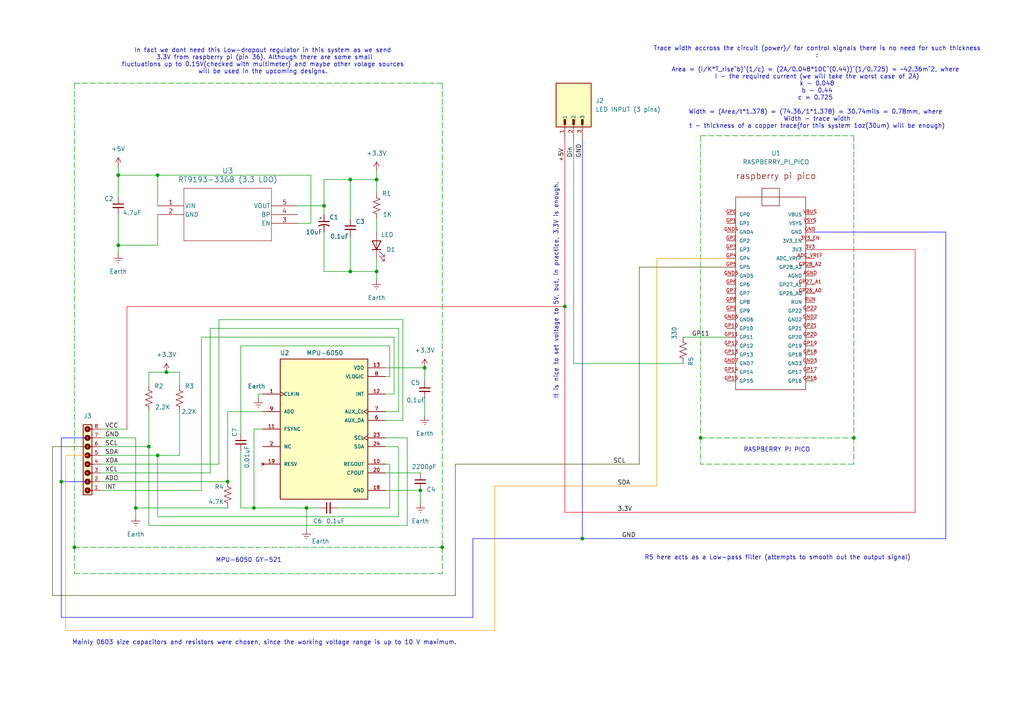
<source format=kicad_sch>
(kicad_sch
	(version 20250114)
	(generator "eeschema")
	(generator_version "9.0")
	(uuid "1d6ef511-6e87-4f35-bc85-bf5047856f31")
	(paper "A4")
	(lib_symbols
		(symbol "2025-11-24_23-39-06:RT9193-33GB"
			(pin_names
				(offset 0.254)
			)
			(exclude_from_sim no)
			(in_bom yes)
			(on_board yes)
			(property "Reference" "U"
				(at 20.32 10.16 0)
				(effects
					(font
						(size 1.524 1.524)
					)
				)
			)
			(property "Value" "RT9193-33GB"
				(at 20.32 7.62 0)
				(effects
					(font
						(size 1.524 1.524)
					)
				)
			)
			(property "Footprint" "SOT-23-5_RIT"
				(at 0 0 0)
				(effects
					(font
						(size 1.27 1.27)
						(italic yes)
					)
					(hide yes)
				)
			)
			(property "Datasheet" "RT9193-33GB"
				(at 0 0 0)
				(effects
					(font
						(size 1.27 1.27)
						(italic yes)
					)
					(hide yes)
				)
			)
			(property "Description" ""
				(at 0 0 0)
				(effects
					(font
						(size 1.27 1.27)
					)
					(hide yes)
				)
			)
			(property "ki_locked" ""
				(at 0 0 0)
				(effects
					(font
						(size 1.27 1.27)
					)
				)
			)
			(property "ki_keywords" "RT9193-33GB"
				(at 0 0 0)
				(effects
					(font
						(size 1.27 1.27)
					)
					(hide yes)
				)
			)
			(property "ki_fp_filters" "SOT-23-5_RIT SOT-23-5_RIT-M SOT-23-5_RIT-L"
				(at 0 0 0)
				(effects
					(font
						(size 1.27 1.27)
					)
					(hide yes)
				)
			)
			(symbol "RT9193-33GB_0_1"
				(polyline
					(pts
						(xy 7.62 5.08) (xy 7.62 -10.16)
					)
					(stroke
						(width 0.127)
						(type default)
					)
					(fill
						(type none)
					)
				)
				(polyline
					(pts
						(xy 7.62 -10.16) (xy 33.02 -10.16)
					)
					(stroke
						(width 0.127)
						(type default)
					)
					(fill
						(type none)
					)
				)
				(polyline
					(pts
						(xy 33.02 5.08) (xy 7.62 5.08)
					)
					(stroke
						(width 0.127)
						(type default)
					)
					(fill
						(type none)
					)
				)
				(polyline
					(pts
						(xy 33.02 -10.16) (xy 33.02 5.08)
					)
					(stroke
						(width 0.127)
						(type default)
					)
					(fill
						(type none)
					)
				)
				(pin power_in line
					(at 0 0 0)
					(length 7.62)
					(name "VIN"
						(effects
							(font
								(size 1.27 1.27)
							)
						)
					)
					(number "1"
						(effects
							(font
								(size 1.27 1.27)
							)
						)
					)
				)
				(pin power_out line
					(at 0 -2.54 0)
					(length 7.62)
					(name "GND"
						(effects
							(font
								(size 1.27 1.27)
							)
						)
					)
					(number "2"
						(effects
							(font
								(size 1.27 1.27)
							)
						)
					)
				)
				(pin output line
					(at 40.64 0 180)
					(length 7.62)
					(name "VOUT"
						(effects
							(font
								(size 1.27 1.27)
							)
						)
					)
					(number "5"
						(effects
							(font
								(size 1.27 1.27)
							)
						)
					)
				)
				(pin unspecified line
					(at 40.64 -2.54 180)
					(length 7.62)
					(name "BP"
						(effects
							(font
								(size 1.27 1.27)
							)
						)
					)
					(number "4"
						(effects
							(font
								(size 1.27 1.27)
							)
						)
					)
				)
				(pin unspecified line
					(at 40.64 -5.08 180)
					(length 7.62)
					(name "EN"
						(effects
							(font
								(size 1.27 1.27)
							)
						)
					)
					(number "3"
						(effects
							(font
								(size 1.27 1.27)
							)
						)
					)
				)
			)
			(embedded_fonts no)
		)
		(symbol "6130XX11121_61300811121:6130XX11121_61300811121"
			(pin_names
				(offset 1.016)
			)
			(exclude_from_sim no)
			(in_bom yes)
			(on_board yes)
			(property "Reference" "J"
				(at -10.16 -1.778 0)
				(effects
					(font
						(size 1.27 1.27)
					)
					(justify right bottom)
				)
			)
			(property "Value" "6130XX11121_61300811121"
				(at -10.16 -5.08 0)
				(effects
					(font
						(size 1.27 1.27)
					)
					(justify right bottom)
				)
			)
			(property "Footprint" "6130XX11121_61300811121:61300811121"
				(at 0 0 0)
				(effects
					(font
						(size 1.27 1.27)
					)
					(justify bottom)
					(hide yes)
				)
			)
			(property "Datasheet" ""
				(at 0 0 0)
				(effects
					(font
						(size 1.27 1.27)
					)
					(hide yes)
				)
			)
			(property "Description" ""
				(at 0 0 0)
				(effects
					(font
						(size 1.27 1.27)
					)
					(hide yes)
				)
			)
			(symbol "6130XX11121_61300811121_0_0"
				(rectangle
					(start -8.89 -2.54)
					(end 11.43 0)
					(stroke
						(width 0.254)
						(type default)
					)
					(fill
						(type background)
					)
				)
				(circle
					(center -7.62 -1.27)
					(radius 0.254)
					(stroke
						(width 0.635)
						(type default)
					)
					(fill
						(type none)
					)
				)
				(polyline
					(pts
						(xy -7.62 -1.27) (xy -7.62 -2.54)
					)
					(stroke
						(width 0.254)
						(type default)
					)
					(fill
						(type none)
					)
				)
				(circle
					(center -5.08 -1.27)
					(radius 0.254)
					(stroke
						(width 0.635)
						(type default)
					)
					(fill
						(type none)
					)
				)
				(polyline
					(pts
						(xy -5.08 -1.27) (xy -5.08 -2.54)
					)
					(stroke
						(width 0.254)
						(type default)
					)
					(fill
						(type none)
					)
				)
				(circle
					(center -2.54 -1.27)
					(radius 0.254)
					(stroke
						(width 0.635)
						(type default)
					)
					(fill
						(type none)
					)
				)
				(polyline
					(pts
						(xy -2.54 -1.27) (xy -2.54 -2.54)
					)
					(stroke
						(width 0.254)
						(type default)
					)
					(fill
						(type none)
					)
				)
				(polyline
					(pts
						(xy 0 -1.27) (xy 0 -2.54)
					)
					(stroke
						(width 0.254)
						(type default)
					)
					(fill
						(type none)
					)
				)
				(circle
					(center 0 -1.27)
					(radius 0.254)
					(stroke
						(width 0.635)
						(type default)
					)
					(fill
						(type none)
					)
				)
				(polyline
					(pts
						(xy 2.54 -1.27) (xy 2.54 -2.54)
					)
					(stroke
						(width 0.254)
						(type default)
					)
					(fill
						(type none)
					)
				)
				(circle
					(center 2.54 -1.27)
					(radius 0.254)
					(stroke
						(width 0.635)
						(type default)
					)
					(fill
						(type none)
					)
				)
				(polyline
					(pts
						(xy 5.08 -1.27) (xy 5.08 -2.54)
					)
					(stroke
						(width 0.254)
						(type default)
					)
					(fill
						(type none)
					)
				)
				(circle
					(center 5.08 -1.27)
					(radius 0.254)
					(stroke
						(width 0.635)
						(type default)
					)
					(fill
						(type none)
					)
				)
				(polyline
					(pts
						(xy 7.62 -1.27) (xy 7.62 -2.54)
					)
					(stroke
						(width 0.254)
						(type default)
					)
					(fill
						(type none)
					)
				)
				(circle
					(center 7.62 -1.27)
					(radius 0.254)
					(stroke
						(width 0.635)
						(type default)
					)
					(fill
						(type none)
					)
				)
				(polyline
					(pts
						(xy 10.16 -1.27) (xy 10.16 -2.54)
					)
					(stroke
						(width 0.254)
						(type default)
					)
					(fill
						(type none)
					)
				)
				(circle
					(center 10.16 -1.27)
					(radius 0.254)
					(stroke
						(width 0.635)
						(type default)
					)
					(fill
						(type none)
					)
				)
				(pin passive line
					(at -7.62 -5.08 90)
					(length 2.54)
					(name "~"
						(effects
							(font
								(size 1.016 1.016)
							)
						)
					)
					(number "1"
						(effects
							(font
								(size 1.016 1.016)
							)
						)
					)
				)
				(pin passive line
					(at -5.08 -5.08 90)
					(length 2.54)
					(name "~"
						(effects
							(font
								(size 1.016 1.016)
							)
						)
					)
					(number "2"
						(effects
							(font
								(size 1.016 1.016)
							)
						)
					)
				)
				(pin passive line
					(at -2.54 -5.08 90)
					(length 2.54)
					(name "~"
						(effects
							(font
								(size 1.016 1.016)
							)
						)
					)
					(number "3"
						(effects
							(font
								(size 1.016 1.016)
							)
						)
					)
				)
				(pin passive line
					(at 0 -5.08 90)
					(length 2.54)
					(name "~"
						(effects
							(font
								(size 1.016 1.016)
							)
						)
					)
					(number "4"
						(effects
							(font
								(size 1.016 1.016)
							)
						)
					)
				)
				(pin passive line
					(at 2.54 -5.08 90)
					(length 2.54)
					(name "~"
						(effects
							(font
								(size 1.016 1.016)
							)
						)
					)
					(number "5"
						(effects
							(font
								(size 1.016 1.016)
							)
						)
					)
				)
				(pin passive line
					(at 5.08 -5.08 90)
					(length 2.54)
					(name "~"
						(effects
							(font
								(size 1.016 1.016)
							)
						)
					)
					(number "6"
						(effects
							(font
								(size 1.016 1.016)
							)
						)
					)
				)
				(pin passive line
					(at 7.62 -5.08 90)
					(length 2.54)
					(name "~"
						(effects
							(font
								(size 1.016 1.016)
							)
						)
					)
					(number "7"
						(effects
							(font
								(size 1.016 1.016)
							)
						)
					)
				)
				(pin passive line
					(at 10.16 -5.08 90)
					(length 2.54)
					(name "~"
						(effects
							(font
								(size 1.016 1.016)
							)
						)
					)
					(number "8"
						(effects
							(font
								(size 1.016 1.016)
							)
						)
					)
				)
			)
			(embedded_fonts no)
		)
		(symbol "Device:C_Polarized_Small_US"
			(pin_numbers
				(hide yes)
			)
			(pin_names
				(offset 0.254)
				(hide yes)
			)
			(exclude_from_sim no)
			(in_bom yes)
			(on_board yes)
			(property "Reference" "C"
				(at 0.254 1.778 0)
				(effects
					(font
						(size 1.27 1.27)
					)
					(justify left)
				)
			)
			(property "Value" "C_Polarized_Small_US"
				(at 0.254 -2.032 0)
				(effects
					(font
						(size 1.27 1.27)
					)
					(justify left)
				)
			)
			(property "Footprint" ""
				(at 0 0 0)
				(effects
					(font
						(size 1.27 1.27)
					)
					(hide yes)
				)
			)
			(property "Datasheet" "~"
				(at 0 0 0)
				(effects
					(font
						(size 1.27 1.27)
					)
					(hide yes)
				)
			)
			(property "Description" "Polarized capacitor, small US symbol"
				(at 0 0 0)
				(effects
					(font
						(size 1.27 1.27)
					)
					(hide yes)
				)
			)
			(property "ki_keywords" "cap capacitor"
				(at 0 0 0)
				(effects
					(font
						(size 1.27 1.27)
					)
					(hide yes)
				)
			)
			(property "ki_fp_filters" "CP_*"
				(at 0 0 0)
				(effects
					(font
						(size 1.27 1.27)
					)
					(hide yes)
				)
			)
			(symbol "C_Polarized_Small_US_0_1"
				(polyline
					(pts
						(xy -1.524 0.508) (xy 1.524 0.508)
					)
					(stroke
						(width 0.3048)
						(type default)
					)
					(fill
						(type none)
					)
				)
				(polyline
					(pts
						(xy -1.27 1.524) (xy -0.762 1.524)
					)
					(stroke
						(width 0)
						(type default)
					)
					(fill
						(type none)
					)
				)
				(polyline
					(pts
						(xy -1.016 1.27) (xy -1.016 1.778)
					)
					(stroke
						(width 0)
						(type default)
					)
					(fill
						(type none)
					)
				)
				(arc
					(start -1.524 -0.762)
					(mid 0 -0.3734)
					(end 1.524 -0.762)
					(stroke
						(width 0.3048)
						(type default)
					)
					(fill
						(type none)
					)
				)
			)
			(symbol "C_Polarized_Small_US_1_1"
				(pin passive line
					(at 0 2.54 270)
					(length 2.032)
					(name "~"
						(effects
							(font
								(size 1.27 1.27)
							)
						)
					)
					(number "1"
						(effects
							(font
								(size 1.27 1.27)
							)
						)
					)
				)
				(pin passive line
					(at 0 -2.54 90)
					(length 2.032)
					(name "~"
						(effects
							(font
								(size 1.27 1.27)
							)
						)
					)
					(number "2"
						(effects
							(font
								(size 1.27 1.27)
							)
						)
					)
				)
			)
			(embedded_fonts no)
		)
		(symbol "Device:C_Small"
			(pin_numbers
				(hide yes)
			)
			(pin_names
				(offset 0.254)
				(hide yes)
			)
			(exclude_from_sim no)
			(in_bom yes)
			(on_board yes)
			(property "Reference" "C"
				(at 0.254 1.778 0)
				(effects
					(font
						(size 1.27 1.27)
					)
					(justify left)
				)
			)
			(property "Value" "C_Small"
				(at 0.254 -2.032 0)
				(effects
					(font
						(size 1.27 1.27)
					)
					(justify left)
				)
			)
			(property "Footprint" ""
				(at 0 0 0)
				(effects
					(font
						(size 1.27 1.27)
					)
					(hide yes)
				)
			)
			(property "Datasheet" "~"
				(at 0 0 0)
				(effects
					(font
						(size 1.27 1.27)
					)
					(hide yes)
				)
			)
			(property "Description" "Unpolarized capacitor, small symbol"
				(at 0 0 0)
				(effects
					(font
						(size 1.27 1.27)
					)
					(hide yes)
				)
			)
			(property "ki_keywords" "capacitor cap"
				(at 0 0 0)
				(effects
					(font
						(size 1.27 1.27)
					)
					(hide yes)
				)
			)
			(property "ki_fp_filters" "C_*"
				(at 0 0 0)
				(effects
					(font
						(size 1.27 1.27)
					)
					(hide yes)
				)
			)
			(symbol "C_Small_0_1"
				(polyline
					(pts
						(xy -1.524 0.508) (xy 1.524 0.508)
					)
					(stroke
						(width 0.3048)
						(type default)
					)
					(fill
						(type none)
					)
				)
				(polyline
					(pts
						(xy -1.524 -0.508) (xy 1.524 -0.508)
					)
					(stroke
						(width 0.3302)
						(type default)
					)
					(fill
						(type none)
					)
				)
			)
			(symbol "C_Small_1_1"
				(pin passive line
					(at 0 2.54 270)
					(length 2.032)
					(name "~"
						(effects
							(font
								(size 1.27 1.27)
							)
						)
					)
					(number "1"
						(effects
							(font
								(size 1.27 1.27)
							)
						)
					)
				)
				(pin passive line
					(at 0 -2.54 90)
					(length 2.032)
					(name "~"
						(effects
							(font
								(size 1.27 1.27)
							)
						)
					)
					(number "2"
						(effects
							(font
								(size 1.27 1.27)
							)
						)
					)
				)
			)
			(embedded_fonts no)
		)
		(symbol "Device:LED"
			(pin_numbers
				(hide yes)
			)
			(pin_names
				(offset 1.016)
				(hide yes)
			)
			(exclude_from_sim no)
			(in_bom yes)
			(on_board yes)
			(property "Reference" "D"
				(at 0 2.54 0)
				(effects
					(font
						(size 1.27 1.27)
					)
				)
			)
			(property "Value" "LED"
				(at 0 -2.54 0)
				(effects
					(font
						(size 1.27 1.27)
					)
				)
			)
			(property "Footprint" ""
				(at 0 0 0)
				(effects
					(font
						(size 1.27 1.27)
					)
					(hide yes)
				)
			)
			(property "Datasheet" "~"
				(at 0 0 0)
				(effects
					(font
						(size 1.27 1.27)
					)
					(hide yes)
				)
			)
			(property "Description" "Light emitting diode"
				(at 0 0 0)
				(effects
					(font
						(size 1.27 1.27)
					)
					(hide yes)
				)
			)
			(property "Sim.Pins" "1=K 2=A"
				(at 0 0 0)
				(effects
					(font
						(size 1.27 1.27)
					)
					(hide yes)
				)
			)
			(property "ki_keywords" "LED diode"
				(at 0 0 0)
				(effects
					(font
						(size 1.27 1.27)
					)
					(hide yes)
				)
			)
			(property "ki_fp_filters" "LED* LED_SMD:* LED_THT:*"
				(at 0 0 0)
				(effects
					(font
						(size 1.27 1.27)
					)
					(hide yes)
				)
			)
			(symbol "LED_0_1"
				(polyline
					(pts
						(xy -3.048 -0.762) (xy -4.572 -2.286) (xy -3.81 -2.286) (xy -4.572 -2.286) (xy -4.572 -1.524)
					)
					(stroke
						(width 0)
						(type default)
					)
					(fill
						(type none)
					)
				)
				(polyline
					(pts
						(xy -1.778 -0.762) (xy -3.302 -2.286) (xy -2.54 -2.286) (xy -3.302 -2.286) (xy -3.302 -1.524)
					)
					(stroke
						(width 0)
						(type default)
					)
					(fill
						(type none)
					)
				)
				(polyline
					(pts
						(xy -1.27 0) (xy 1.27 0)
					)
					(stroke
						(width 0)
						(type default)
					)
					(fill
						(type none)
					)
				)
				(polyline
					(pts
						(xy -1.27 -1.27) (xy -1.27 1.27)
					)
					(stroke
						(width 0.254)
						(type default)
					)
					(fill
						(type none)
					)
				)
				(polyline
					(pts
						(xy 1.27 -1.27) (xy 1.27 1.27) (xy -1.27 0) (xy 1.27 -1.27)
					)
					(stroke
						(width 0.254)
						(type default)
					)
					(fill
						(type none)
					)
				)
			)
			(symbol "LED_1_1"
				(pin passive line
					(at -3.81 0 0)
					(length 2.54)
					(name "K"
						(effects
							(font
								(size 1.27 1.27)
							)
						)
					)
					(number "1"
						(effects
							(font
								(size 1.27 1.27)
							)
						)
					)
				)
				(pin passive line
					(at 3.81 0 180)
					(length 2.54)
					(name "A"
						(effects
							(font
								(size 1.27 1.27)
							)
						)
					)
					(number "2"
						(effects
							(font
								(size 1.27 1.27)
							)
						)
					)
				)
			)
			(embedded_fonts no)
		)
		(symbol "Device:R_US"
			(pin_numbers
				(hide yes)
			)
			(pin_names
				(offset 0)
			)
			(exclude_from_sim no)
			(in_bom yes)
			(on_board yes)
			(property "Reference" "R"
				(at 2.54 0 90)
				(effects
					(font
						(size 1.27 1.27)
					)
				)
			)
			(property "Value" "R_US"
				(at -2.54 0 90)
				(effects
					(font
						(size 1.27 1.27)
					)
				)
			)
			(property "Footprint" ""
				(at 1.016 -0.254 90)
				(effects
					(font
						(size 1.27 1.27)
					)
					(hide yes)
				)
			)
			(property "Datasheet" "~"
				(at 0 0 0)
				(effects
					(font
						(size 1.27 1.27)
					)
					(hide yes)
				)
			)
			(property "Description" "Resistor, US symbol"
				(at 0 0 0)
				(effects
					(font
						(size 1.27 1.27)
					)
					(hide yes)
				)
			)
			(property "ki_keywords" "R res resistor"
				(at 0 0 0)
				(effects
					(font
						(size 1.27 1.27)
					)
					(hide yes)
				)
			)
			(property "ki_fp_filters" "R_*"
				(at 0 0 0)
				(effects
					(font
						(size 1.27 1.27)
					)
					(hide yes)
				)
			)
			(symbol "R_US_0_1"
				(polyline
					(pts
						(xy 0 2.286) (xy 0 2.54)
					)
					(stroke
						(width 0)
						(type default)
					)
					(fill
						(type none)
					)
				)
				(polyline
					(pts
						(xy 0 2.286) (xy 1.016 1.905) (xy 0 1.524) (xy -1.016 1.143) (xy 0 0.762)
					)
					(stroke
						(width 0)
						(type default)
					)
					(fill
						(type none)
					)
				)
				(polyline
					(pts
						(xy 0 0.762) (xy 1.016 0.381) (xy 0 0) (xy -1.016 -0.381) (xy 0 -0.762)
					)
					(stroke
						(width 0)
						(type default)
					)
					(fill
						(type none)
					)
				)
				(polyline
					(pts
						(xy 0 -0.762) (xy 1.016 -1.143) (xy 0 -1.524) (xy -1.016 -1.905) (xy 0 -2.286)
					)
					(stroke
						(width 0)
						(type default)
					)
					(fill
						(type none)
					)
				)
				(polyline
					(pts
						(xy 0 -2.286) (xy 0 -2.54)
					)
					(stroke
						(width 0)
						(type default)
					)
					(fill
						(type none)
					)
				)
			)
			(symbol "R_US_1_1"
				(pin passive line
					(at 0 3.81 270)
					(length 1.27)
					(name "~"
						(effects
							(font
								(size 1.27 1.27)
							)
						)
					)
					(number "1"
						(effects
							(font
								(size 1.27 1.27)
							)
						)
					)
				)
				(pin passive line
					(at 0 -3.81 90)
					(length 1.27)
					(name "~"
						(effects
							(font
								(size 1.27 1.27)
							)
						)
					)
					(number "2"
						(effects
							(font
								(size 1.27 1.27)
							)
						)
					)
				)
			)
			(embedded_fonts no)
		)
		(symbol "M20-9990345:M20-9990345"
			(pin_names
				(offset 1.016)
			)
			(exclude_from_sim no)
			(in_bom yes)
			(on_board yes)
			(property "Reference" "J"
				(at -6.85 5.08 0)
				(effects
					(font
						(size 1.27 1.27)
					)
					(justify left bottom)
				)
			)
			(property "Value" "M20-9990345"
				(at -6.35 -7.62 0)
				(effects
					(font
						(size 1.27 1.27)
					)
					(justify left bottom)
				)
			)
			(property "Footprint" "M20-9990345:HARWIN_M20-9990345"
				(at 0 0 0)
				(effects
					(font
						(size 1.27 1.27)
					)
					(justify bottom)
					(hide yes)
				)
			)
			(property "Datasheet" ""
				(at 0 0 0)
				(effects
					(font
						(size 1.27 1.27)
					)
					(hide yes)
				)
			)
			(property "Description" ""
				(at 0 0 0)
				(effects
					(font
						(size 1.27 1.27)
					)
					(hide yes)
				)
			)
			(property "PARTREV" ""
				(at 0 0 0)
				(effects
					(font
						(size 1.27 1.27)
					)
					(justify bottom)
					(hide yes)
				)
			)
			(property "MANUFACTURER" "HARWIN"
				(at 0 0 0)
				(effects
					(font
						(size 1.27 1.27)
					)
					(justify bottom)
					(hide yes)
				)
			)
			(property "MAXIMUM_PACKAGE_HEIGHT" ""
				(at 0 0 0)
				(effects
					(font
						(size 1.27 1.27)
					)
					(justify bottom)
					(hide yes)
				)
			)
			(property "STANDARD" "Manufacturer Recommendations"
				(at 0 0 0)
				(effects
					(font
						(size 1.27 1.27)
					)
					(justify bottom)
					(hide yes)
				)
			)
			(symbol "M20-9990345_0_0"
				(rectangle
					(start -6.35 -5.08)
					(end 6.35 5.08)
					(stroke
						(width 0.254)
						(type default)
					)
					(fill
						(type background)
					)
				)
				(rectangle
					(start -5.715 2.2225)
					(end -4.1275 2.8575)
					(stroke
						(width 0.1)
						(type default)
					)
					(fill
						(type outline)
					)
				)
				(rectangle
					(start -5.715 -0.3175)
					(end -4.1275 0.3175)
					(stroke
						(width 0.1)
						(type default)
					)
					(fill
						(type outline)
					)
				)
				(rectangle
					(start -5.715 -2.8575)
					(end -4.1275 -2.2225)
					(stroke
						(width 0.1)
						(type default)
					)
					(fill
						(type outline)
					)
				)
				(pin passive line
					(at -10.16 2.54 0)
					(length 5.08)
					(name "1"
						(effects
							(font
								(size 1.016 1.016)
							)
						)
					)
					(number "1"
						(effects
							(font
								(size 1.016 1.016)
							)
						)
					)
				)
				(pin passive line
					(at -10.16 0 0)
					(length 5.08)
					(name "2"
						(effects
							(font
								(size 1.016 1.016)
							)
						)
					)
					(number "2"
						(effects
							(font
								(size 1.016 1.016)
							)
						)
					)
				)
				(pin passive line
					(at -10.16 -2.54 0)
					(length 5.08)
					(name "3"
						(effects
							(font
								(size 1.016 1.016)
							)
						)
					)
					(number "3"
						(effects
							(font
								(size 1.016 1.016)
							)
						)
					)
				)
			)
			(embedded_fonts no)
		)
		(symbol "MPU-6050:MPU-6050"
			(pin_names
				(offset 1.016)
			)
			(exclude_from_sim no)
			(in_bom yes)
			(on_board yes)
			(property "Reference" "U"
				(at -12.7 21.082 0)
				(effects
					(font
						(size 1.27 1.27)
					)
					(justify left bottom)
				)
			)
			(property "Value" "MPU-6050"
				(at -12.7 -22.86 0)
				(effects
					(font
						(size 1.27 1.27)
					)
					(justify left bottom)
				)
			)
			(property "Footprint" "MPU-6050:QFN50P400X400X95-24N"
				(at 0 0 0)
				(effects
					(font
						(size 1.27 1.27)
					)
					(justify bottom)
					(hide yes)
				)
			)
			(property "Datasheet" ""
				(at 0 0 0)
				(effects
					(font
						(size 1.27 1.27)
					)
					(hide yes)
				)
			)
			(property "Description" ""
				(at 0 0 0)
				(effects
					(font
						(size 1.27 1.27)
					)
					(hide yes)
				)
			)
			(property "MF" "TDK InvenSense"
				(at 0 0 0)
				(effects
					(font
						(size 1.27 1.27)
					)
					(justify bottom)
					(hide yes)
				)
			)
			(property "MAXIMUM_PACKAGE_HEIGHT" "0.95mm"
				(at 0 0 0)
				(effects
					(font
						(size 1.27 1.27)
					)
					(justify bottom)
					(hide yes)
				)
			)
			(property "Package" "QFN-24 InvenSense"
				(at 0 0 0)
				(effects
					(font
						(size 1.27 1.27)
					)
					(justify bottom)
					(hide yes)
				)
			)
			(property "Price" "None"
				(at 0 0 0)
				(effects
					(font
						(size 1.27 1.27)
					)
					(justify bottom)
					(hide yes)
				)
			)
			(property "Check_prices" "https://www.snapeda.com/parts/MPU-6050/TDK/view-part/?ref=eda"
				(at 0 0 0)
				(effects
					(font
						(size 1.27 1.27)
					)
					(justify bottom)
					(hide yes)
				)
			)
			(property "STANDARD" "IPC-7351B"
				(at 0 0 0)
				(effects
					(font
						(size 1.27 1.27)
					)
					(justify bottom)
					(hide yes)
				)
			)
			(property "PARTREV" "3.4"
				(at 0 0 0)
				(effects
					(font
						(size 1.27 1.27)
					)
					(justify bottom)
					(hide yes)
				)
			)
			(property "SnapEDA_Link" "https://www.snapeda.com/parts/MPU-6050/TDK/view-part/?ref=snap"
				(at 0 0 0)
				(effects
					(font
						(size 1.27 1.27)
					)
					(justify bottom)
					(hide yes)
				)
			)
			(property "MP" "MPU-6050"
				(at 0 0 0)
				(effects
					(font
						(size 1.27 1.27)
					)
					(justify bottom)
					(hide yes)
				)
			)
			(property "Description_1" "MPU-6050 series Accelerometer, Gyroscope, 3 Axis Sensor Evaluation Board"
				(at 0 0 0)
				(effects
					(font
						(size 1.27 1.27)
					)
					(justify bottom)
					(hide yes)
				)
			)
			(property "Availability" "In Stock"
				(at 0 0 0)
				(effects
					(font
						(size 1.27 1.27)
					)
					(justify bottom)
					(hide yes)
				)
			)
			(property "MANUFACTURER" "InvenSense"
				(at 0 0 0)
				(effects
					(font
						(size 1.27 1.27)
					)
					(justify bottom)
					(hide yes)
				)
			)
			(symbol "MPU-6050_0_0"
				(rectangle
					(start -12.7 -20.32)
					(end 12.7 20.32)
					(stroke
						(width 0.254)
						(type default)
					)
					(fill
						(type background)
					)
				)
				(pin input clock
					(at -17.78 10.16 0)
					(length 5.08)
					(name "CLKIN"
						(effects
							(font
								(size 1.016 1.016)
							)
						)
					)
					(number "1"
						(effects
							(font
								(size 1.016 1.016)
							)
						)
					)
				)
				(pin input line
					(at -17.78 5.08 0)
					(length 5.08)
					(name "AD0"
						(effects
							(font
								(size 1.016 1.016)
							)
						)
					)
					(number "9"
						(effects
							(font
								(size 1.016 1.016)
							)
						)
					)
				)
				(pin input line
					(at -17.78 0 0)
					(length 5.08)
					(name "FSYNC"
						(effects
							(font
								(size 1.016 1.016)
							)
						)
					)
					(number "11"
						(effects
							(font
								(size 1.016 1.016)
							)
						)
					)
				)
				(pin passive line
					(at -17.78 -5.08 0)
					(length 5.08)
					(hide yes)
					(name "NC"
						(effects
							(font
								(size 1.016 1.016)
							)
						)
					)
					(number "14"
						(effects
							(font
								(size 1.016 1.016)
							)
						)
					)
				)
				(pin passive line
					(at -17.78 -5.08 0)
					(length 5.08)
					(hide yes)
					(name "NC"
						(effects
							(font
								(size 1.016 1.016)
							)
						)
					)
					(number "15"
						(effects
							(font
								(size 1.016 1.016)
							)
						)
					)
				)
				(pin passive line
					(at -17.78 -5.08 0)
					(length 5.08)
					(hide yes)
					(name "NC"
						(effects
							(font
								(size 1.016 1.016)
							)
						)
					)
					(number "16"
						(effects
							(font
								(size 1.016 1.016)
							)
						)
					)
				)
				(pin passive line
					(at -17.78 -5.08 0)
					(length 5.08)
					(hide yes)
					(name "NC"
						(effects
							(font
								(size 1.016 1.016)
							)
						)
					)
					(number "17"
						(effects
							(font
								(size 1.016 1.016)
							)
						)
					)
				)
				(pin passive line
					(at -17.78 -5.08 0)
					(length 5.08)
					(name "NC"
						(effects
							(font
								(size 1.016 1.016)
							)
						)
					)
					(number "2"
						(effects
							(font
								(size 1.016 1.016)
							)
						)
					)
				)
				(pin passive line
					(at -17.78 -5.08 0)
					(length 5.08)
					(hide yes)
					(name "NC"
						(effects
							(font
								(size 1.016 1.016)
							)
						)
					)
					(number "3"
						(effects
							(font
								(size 1.016 1.016)
							)
						)
					)
				)
				(pin passive line
					(at -17.78 -5.08 0)
					(length 5.08)
					(hide yes)
					(name "NC"
						(effects
							(font
								(size 1.016 1.016)
							)
						)
					)
					(number "4"
						(effects
							(font
								(size 1.016 1.016)
							)
						)
					)
				)
				(pin passive line
					(at -17.78 -5.08 0)
					(length 5.08)
					(hide yes)
					(name "NC"
						(effects
							(font
								(size 1.016 1.016)
							)
						)
					)
					(number "5"
						(effects
							(font
								(size 1.016 1.016)
							)
						)
					)
				)
				(pin no_connect line
					(at -17.78 -10.16 0)
					(length 5.08)
					(name "RESV"
						(effects
							(font
								(size 1.016 1.016)
							)
						)
					)
					(number "19"
						(effects
							(font
								(size 1.016 1.016)
							)
						)
					)
				)
				(pin no_connect line
					(at -17.78 -10.16 0)
					(length 5.08)
					(hide yes)
					(name "RESV"
						(effects
							(font
								(size 1.016 1.016)
							)
						)
					)
					(number "21"
						(effects
							(font
								(size 1.016 1.016)
							)
						)
					)
				)
				(pin no_connect line
					(at -17.78 -10.16 0)
					(length 5.08)
					(hide yes)
					(name "RESV"
						(effects
							(font
								(size 1.016 1.016)
							)
						)
					)
					(number "22"
						(effects
							(font
								(size 1.016 1.016)
							)
						)
					)
				)
				(pin power_in line
					(at 17.78 17.78 180)
					(length 5.08)
					(name "VDD"
						(effects
							(font
								(size 1.016 1.016)
							)
						)
					)
					(number "13"
						(effects
							(font
								(size 1.016 1.016)
							)
						)
					)
				)
				(pin power_in line
					(at 17.78 15.24 180)
					(length 5.08)
					(name "VLOGIC"
						(effects
							(font
								(size 1.016 1.016)
							)
						)
					)
					(number "8"
						(effects
							(font
								(size 1.016 1.016)
							)
						)
					)
				)
				(pin output line
					(at 17.78 10.16 180)
					(length 5.08)
					(name "INT"
						(effects
							(font
								(size 1.016 1.016)
							)
						)
					)
					(number "12"
						(effects
							(font
								(size 1.016 1.016)
							)
						)
					)
				)
				(pin output clock
					(at 17.78 5.08 180)
					(length 5.08)
					(name "AUX_CL"
						(effects
							(font
								(size 1.016 1.016)
							)
						)
					)
					(number "7"
						(effects
							(font
								(size 1.016 1.016)
							)
						)
					)
				)
				(pin bidirectional line
					(at 17.78 2.54 180)
					(length 5.08)
					(name "AUX_DA"
						(effects
							(font
								(size 1.016 1.016)
							)
						)
					)
					(number "6"
						(effects
							(font
								(size 1.016 1.016)
							)
						)
					)
				)
				(pin input clock
					(at 17.78 -2.54 180)
					(length 5.08)
					(name "SCL"
						(effects
							(font
								(size 1.016 1.016)
							)
						)
					)
					(number "23"
						(effects
							(font
								(size 1.016 1.016)
							)
						)
					)
				)
				(pin bidirectional line
					(at 17.78 -5.08 180)
					(length 5.08)
					(name "SDA"
						(effects
							(font
								(size 1.016 1.016)
							)
						)
					)
					(number "24"
						(effects
							(font
								(size 1.016 1.016)
							)
						)
					)
				)
				(pin passive line
					(at 17.78 -10.16 180)
					(length 5.08)
					(name "REGOUT"
						(effects
							(font
								(size 1.016 1.016)
							)
						)
					)
					(number "10"
						(effects
							(font
								(size 1.016 1.016)
							)
						)
					)
				)
				(pin passive line
					(at 17.78 -12.7 180)
					(length 5.08)
					(name "CPOUT"
						(effects
							(font
								(size 1.016 1.016)
							)
						)
					)
					(number "20"
						(effects
							(font
								(size 1.016 1.016)
							)
						)
					)
				)
				(pin power_in line
					(at 17.78 -17.78 180)
					(length 5.08)
					(name "GND"
						(effects
							(font
								(size 1.016 1.016)
							)
						)
					)
					(number "18"
						(effects
							(font
								(size 1.016 1.016)
							)
						)
					)
				)
			)
			(embedded_fonts no)
		)
		(symbol "RASPBERRY_PI_PICO:RASPBERRY_PI_PICO"
			(pin_names
				(offset 1.016)
			)
			(exclude_from_sim no)
			(in_bom yes)
			(on_board yes)
			(property "Reference" "U"
				(at 0 0 0)
				(effects
					(font
						(size 1.27 1.27)
					)
					(justify bottom)
				)
			)
			(property "Value" "RASPBERRY_PI_PICO"
				(at 0 0 0)
				(effects
					(font
						(size 1.27 1.27)
					)
					(justify bottom)
				)
			)
			(property "Footprint" "RASPBERRY_PI_PICO:RASPBERRY_PI_PICO"
				(at 0 0 0)
				(effects
					(font
						(size 1.27 1.27)
					)
					(justify bottom)
					(hide yes)
				)
			)
			(property "Datasheet" ""
				(at 0 0 0)
				(effects
					(font
						(size 1.27 1.27)
					)
					(hide yes)
				)
			)
			(property "Description" ""
				(at 0 0 0)
				(effects
					(font
						(size 1.27 1.27)
					)
					(hide yes)
				)
			)
			(property "MF" "Raspberry Pi"
				(at 0 0 0)
				(effects
					(font
						(size 1.27 1.27)
					)
					(justify bottom)
					(hide yes)
				)
			)
			(property "Description_1" "Raspberry Pi Board, Arm Cortex-M0+; Core Architecture:Arm; Core Sub-Architecture:Cortex-M0+; Kit Contents:Raspberry Pi Pico Board; No. Of Bits:32Bit; Silicon Core Number:Rp2040; Silicon Manufacturer:Raspberry Pi |Raspberry-Pi RASPBERRY PI PICO"
				(at 0 0 0)
				(effects
					(font
						(size 1.27 1.27)
					)
					(justify bottom)
					(hide yes)
				)
			)
			(property "Package" "None"
				(at 0 0 0)
				(effects
					(font
						(size 1.27 1.27)
					)
					(justify bottom)
					(hide yes)
				)
			)
			(property "Price" "None"
				(at 0 0 0)
				(effects
					(font
						(size 1.27 1.27)
					)
					(justify bottom)
					(hide yes)
				)
			)
			(property "SnapEDA_Link" "https://www.snapeda.com/parts/RASPBERRY%20PI%20PICO/Raspberry+Pi/view-part/?ref=snap"
				(at 0 0 0)
				(effects
					(font
						(size 1.27 1.27)
					)
					(justify bottom)
					(hide yes)
				)
			)
			(property "MP" "RASPBERRY PI PICO"
				(at 0 0 0)
				(effects
					(font
						(size 1.27 1.27)
					)
					(justify bottom)
					(hide yes)
				)
			)
			(property "Availability" "In Stock"
				(at 0 0 0)
				(effects
					(font
						(size 1.27 1.27)
					)
					(justify bottom)
					(hide yes)
				)
			)
			(property "Check_prices" "https://www.snapeda.com/parts/RASPBERRY%20PI%20PICO/Raspberry+Pi/view-part/?ref=eda"
				(at 0 0 0)
				(effects
					(font
						(size 1.27 1.27)
					)
					(justify bottom)
					(hide yes)
				)
			)
			(symbol "RASPBERRY_PI_PICO_0_0"
				(polyline
					(pts
						(xy -7.62 25.4) (xy -7.62 -30.48)
					)
					(stroke
						(width 0.1524)
						(type default)
					)
					(fill
						(type none)
					)
				)
				(polyline
					(pts
						(xy -7.62 -30.48) (xy 12.7 -30.48)
					)
					(stroke
						(width 0.1524)
						(type default)
					)
					(fill
						(type none)
					)
				)
				(polyline
					(pts
						(xy 0 27.94) (xy 0 22.86)
					)
					(stroke
						(width 0.1524)
						(type default)
					)
					(fill
						(type none)
					)
				)
				(polyline
					(pts
						(xy 0 22.86) (xy 5.08 22.86)
					)
					(stroke
						(width 0.1524)
						(type default)
					)
					(fill
						(type none)
					)
				)
				(polyline
					(pts
						(xy 5.08 27.94) (xy 0 27.94)
					)
					(stroke
						(width 0.1524)
						(type default)
					)
					(fill
						(type none)
					)
				)
				(polyline
					(pts
						(xy 5.08 22.86) (xy 5.08 27.94)
					)
					(stroke
						(width 0.1524)
						(type default)
					)
					(fill
						(type none)
					)
				)
				(polyline
					(pts
						(xy 12.7 25.4) (xy -7.62 25.4)
					)
					(stroke
						(width 0.1524)
						(type default)
					)
					(fill
						(type none)
					)
				)
				(polyline
					(pts
						(xy 12.7 -30.48) (xy 12.7 25.4)
					)
					(stroke
						(width 0.1524)
						(type default)
					)
					(fill
						(type none)
					)
				)
				(text "raspberry pi pico"
					(at -7.62 30.48 0)
					(effects
						(font
							(size 1.778 1.778)
						)
						(justify left bottom)
					)
				)
				(pin bidirectional line
					(at -10.16 20.32 0)
					(length 2.54)
					(name "GP0"
						(effects
							(font
								(size 1.016 1.016)
							)
						)
					)
					(number "GP0"
						(effects
							(font
								(size 1.016 1.016)
							)
						)
					)
				)
				(pin bidirectional line
					(at -10.16 17.78 0)
					(length 2.54)
					(name "GP1"
						(effects
							(font
								(size 1.016 1.016)
							)
						)
					)
					(number "GP1"
						(effects
							(font
								(size 1.016 1.016)
							)
						)
					)
				)
				(pin bidirectional line
					(at -10.16 15.24 0)
					(length 2.54)
					(name "GND4"
						(effects
							(font
								(size 1.016 1.016)
							)
						)
					)
					(number "GND4"
						(effects
							(font
								(size 1.016 1.016)
							)
						)
					)
				)
				(pin bidirectional line
					(at -10.16 12.7 0)
					(length 2.54)
					(name "GP2"
						(effects
							(font
								(size 1.016 1.016)
							)
						)
					)
					(number "GP2"
						(effects
							(font
								(size 1.016 1.016)
							)
						)
					)
				)
				(pin bidirectional line
					(at -10.16 10.16 0)
					(length 2.54)
					(name "GP3"
						(effects
							(font
								(size 1.016 1.016)
							)
						)
					)
					(number "GP3"
						(effects
							(font
								(size 1.016 1.016)
							)
						)
					)
				)
				(pin bidirectional line
					(at -10.16 7.62 0)
					(length 2.54)
					(name "GP4"
						(effects
							(font
								(size 1.016 1.016)
							)
						)
					)
					(number "GP4"
						(effects
							(font
								(size 1.016 1.016)
							)
						)
					)
				)
				(pin bidirectional line
					(at -10.16 5.08 0)
					(length 2.54)
					(name "GP5"
						(effects
							(font
								(size 1.016 1.016)
							)
						)
					)
					(number "GP5"
						(effects
							(font
								(size 1.016 1.016)
							)
						)
					)
				)
				(pin bidirectional line
					(at -10.16 2.54 0)
					(length 2.54)
					(name "GND5"
						(effects
							(font
								(size 1.016 1.016)
							)
						)
					)
					(number "GND5"
						(effects
							(font
								(size 1.016 1.016)
							)
						)
					)
				)
				(pin bidirectional line
					(at -10.16 0 0)
					(length 2.54)
					(name "GP6"
						(effects
							(font
								(size 1.016 1.016)
							)
						)
					)
					(number "GP6"
						(effects
							(font
								(size 1.016 1.016)
							)
						)
					)
				)
				(pin bidirectional line
					(at -10.16 -2.54 0)
					(length 2.54)
					(name "GP7"
						(effects
							(font
								(size 1.016 1.016)
							)
						)
					)
					(number "GP7"
						(effects
							(font
								(size 1.016 1.016)
							)
						)
					)
				)
				(pin bidirectional line
					(at -10.16 -5.08 0)
					(length 2.54)
					(name "GP8"
						(effects
							(font
								(size 1.016 1.016)
							)
						)
					)
					(number "GP8"
						(effects
							(font
								(size 1.016 1.016)
							)
						)
					)
				)
				(pin bidirectional line
					(at -10.16 -7.62 0)
					(length 2.54)
					(name "GP9"
						(effects
							(font
								(size 1.016 1.016)
							)
						)
					)
					(number "GP9"
						(effects
							(font
								(size 1.016 1.016)
							)
						)
					)
				)
				(pin bidirectional line
					(at -10.16 -10.16 0)
					(length 2.54)
					(name "GND6"
						(effects
							(font
								(size 1.016 1.016)
							)
						)
					)
					(number "GND6"
						(effects
							(font
								(size 1.016 1.016)
							)
						)
					)
				)
				(pin bidirectional line
					(at -10.16 -12.7 0)
					(length 2.54)
					(name "GP10"
						(effects
							(font
								(size 1.016 1.016)
							)
						)
					)
					(number "GP10"
						(effects
							(font
								(size 1.016 1.016)
							)
						)
					)
				)
				(pin bidirectional line
					(at -10.16 -15.24 0)
					(length 2.54)
					(name "GP11"
						(effects
							(font
								(size 1.016 1.016)
							)
						)
					)
					(number "GP11"
						(effects
							(font
								(size 1.016 1.016)
							)
						)
					)
				)
				(pin bidirectional line
					(at -10.16 -17.78 0)
					(length 2.54)
					(name "GP12"
						(effects
							(font
								(size 1.016 1.016)
							)
						)
					)
					(number "GP12"
						(effects
							(font
								(size 1.016 1.016)
							)
						)
					)
				)
				(pin bidirectional line
					(at -10.16 -20.32 0)
					(length 2.54)
					(name "GP13"
						(effects
							(font
								(size 1.016 1.016)
							)
						)
					)
					(number "GP13"
						(effects
							(font
								(size 1.016 1.016)
							)
						)
					)
				)
				(pin bidirectional line
					(at -10.16 -22.86 0)
					(length 2.54)
					(name "GND7"
						(effects
							(font
								(size 1.016 1.016)
							)
						)
					)
					(number "GND7"
						(effects
							(font
								(size 1.016 1.016)
							)
						)
					)
				)
				(pin bidirectional line
					(at -10.16 -25.4 0)
					(length 2.54)
					(name "GP14"
						(effects
							(font
								(size 1.016 1.016)
							)
						)
					)
					(number "GP14"
						(effects
							(font
								(size 1.016 1.016)
							)
						)
					)
				)
				(pin bidirectional line
					(at -10.16 -27.94 0)
					(length 2.54)
					(name "GP15"
						(effects
							(font
								(size 1.016 1.016)
							)
						)
					)
					(number "GP15"
						(effects
							(font
								(size 1.016 1.016)
							)
						)
					)
				)
				(pin bidirectional line
					(at 15.24 20.32 180)
					(length 2.54)
					(name "VBUS"
						(effects
							(font
								(size 1.016 1.016)
							)
						)
					)
					(number "VBUS"
						(effects
							(font
								(size 1.016 1.016)
							)
						)
					)
				)
				(pin bidirectional line
					(at 15.24 17.78 180)
					(length 2.54)
					(name "VSYS"
						(effects
							(font
								(size 1.016 1.016)
							)
						)
					)
					(number "VSYS"
						(effects
							(font
								(size 1.016 1.016)
							)
						)
					)
				)
				(pin bidirectional line
					(at 15.24 15.24 180)
					(length 2.54)
					(name "GND"
						(effects
							(font
								(size 1.016 1.016)
							)
						)
					)
					(number "GND"
						(effects
							(font
								(size 1.016 1.016)
							)
						)
					)
				)
				(pin bidirectional line
					(at 15.24 12.7 180)
					(length 2.54)
					(name "3V3_EN"
						(effects
							(font
								(size 1.016 1.016)
							)
						)
					)
					(number "3V3_EN"
						(effects
							(font
								(size 1.016 1.016)
							)
						)
					)
				)
				(pin bidirectional line
					(at 15.24 10.16 180)
					(length 2.54)
					(name "3V3"
						(effects
							(font
								(size 1.016 1.016)
							)
						)
					)
					(number "3V3"
						(effects
							(font
								(size 1.016 1.016)
							)
						)
					)
				)
				(pin bidirectional line
					(at 15.24 7.62 180)
					(length 2.54)
					(name "ADC_VREF"
						(effects
							(font
								(size 1.016 1.016)
							)
						)
					)
					(number "ADC_VREF"
						(effects
							(font
								(size 1.016 1.016)
							)
						)
					)
				)
				(pin bidirectional line
					(at 15.24 5.08 180)
					(length 2.54)
					(name "GP28_A2"
						(effects
							(font
								(size 1.016 1.016)
							)
						)
					)
					(number "GP28_A2"
						(effects
							(font
								(size 1.016 1.016)
							)
						)
					)
				)
				(pin bidirectional line
					(at 15.24 2.54 180)
					(length 2.54)
					(name "AGND"
						(effects
							(font
								(size 1.016 1.016)
							)
						)
					)
					(number "AGND"
						(effects
							(font
								(size 1.016 1.016)
							)
						)
					)
				)
				(pin bidirectional line
					(at 15.24 0 180)
					(length 2.54)
					(name "GP27_A1"
						(effects
							(font
								(size 1.016 1.016)
							)
						)
					)
					(number "GP27_A1"
						(effects
							(font
								(size 1.016 1.016)
							)
						)
					)
				)
				(pin bidirectional line
					(at 15.24 -2.54 180)
					(length 2.54)
					(name "GP26_A0"
						(effects
							(font
								(size 1.016 1.016)
							)
						)
					)
					(number "GP26_A0"
						(effects
							(font
								(size 1.016 1.016)
							)
						)
					)
				)
				(pin bidirectional line
					(at 15.24 -5.08 180)
					(length 2.54)
					(name "RUN"
						(effects
							(font
								(size 1.016 1.016)
							)
						)
					)
					(number "RUN"
						(effects
							(font
								(size 1.016 1.016)
							)
						)
					)
				)
				(pin bidirectional line
					(at 15.24 -7.62 180)
					(length 2.54)
					(name "GP22"
						(effects
							(font
								(size 1.016 1.016)
							)
						)
					)
					(number "GP22"
						(effects
							(font
								(size 1.016 1.016)
							)
						)
					)
				)
				(pin bidirectional line
					(at 15.24 -10.16 180)
					(length 2.54)
					(name "GND2"
						(effects
							(font
								(size 1.016 1.016)
							)
						)
					)
					(number "GND2"
						(effects
							(font
								(size 1.016 1.016)
							)
						)
					)
				)
				(pin bidirectional line
					(at 15.24 -12.7 180)
					(length 2.54)
					(name "GP21"
						(effects
							(font
								(size 1.016 1.016)
							)
						)
					)
					(number "GP21"
						(effects
							(font
								(size 1.016 1.016)
							)
						)
					)
				)
				(pin bidirectional line
					(at 15.24 -15.24 180)
					(length 2.54)
					(name "GP20"
						(effects
							(font
								(size 1.016 1.016)
							)
						)
					)
					(number "GP20"
						(effects
							(font
								(size 1.016 1.016)
							)
						)
					)
				)
				(pin bidirectional line
					(at 15.24 -17.78 180)
					(length 2.54)
					(name "GP19"
						(effects
							(font
								(size 1.016 1.016)
							)
						)
					)
					(number "GP19"
						(effects
							(font
								(size 1.016 1.016)
							)
						)
					)
				)
				(pin bidirectional line
					(at 15.24 -20.32 180)
					(length 2.54)
					(name "GP18"
						(effects
							(font
								(size 1.016 1.016)
							)
						)
					)
					(number "GP18"
						(effects
							(font
								(size 1.016 1.016)
							)
						)
					)
				)
				(pin bidirectional line
					(at 15.24 -22.86 180)
					(length 2.54)
					(name "GND3"
						(effects
							(font
								(size 1.016 1.016)
							)
						)
					)
					(number "GND3"
						(effects
							(font
								(size 1.016 1.016)
							)
						)
					)
				)
				(pin bidirectional line
					(at 15.24 -25.4 180)
					(length 2.54)
					(name "GP17"
						(effects
							(font
								(size 1.016 1.016)
							)
						)
					)
					(number "GP17"
						(effects
							(font
								(size 1.016 1.016)
							)
						)
					)
				)
				(pin bidirectional line
					(at 15.24 -27.94 180)
					(length 2.54)
					(name "GP16"
						(effects
							(font
								(size 1.016 1.016)
							)
						)
					)
					(number "GP16"
						(effects
							(font
								(size 1.016 1.016)
							)
						)
					)
				)
			)
			(embedded_fonts no)
		)
		(symbol "power:+3.3V"
			(power)
			(pin_numbers
				(hide yes)
			)
			(pin_names
				(offset 0)
				(hide yes)
			)
			(exclude_from_sim no)
			(in_bom yes)
			(on_board yes)
			(property "Reference" "#PWR"
				(at 0 -3.81 0)
				(effects
					(font
						(size 1.27 1.27)
					)
					(hide yes)
				)
			)
			(property "Value" "+3.3V"
				(at 0 3.556 0)
				(effects
					(font
						(size 1.27 1.27)
					)
				)
			)
			(property "Footprint" ""
				(at 0 0 0)
				(effects
					(font
						(size 1.27 1.27)
					)
					(hide yes)
				)
			)
			(property "Datasheet" ""
				(at 0 0 0)
				(effects
					(font
						(size 1.27 1.27)
					)
					(hide yes)
				)
			)
			(property "Description" "Power symbol creates a global label with name \"+3.3V\""
				(at 0 0 0)
				(effects
					(font
						(size 1.27 1.27)
					)
					(hide yes)
				)
			)
			(property "ki_keywords" "global power"
				(at 0 0 0)
				(effects
					(font
						(size 1.27 1.27)
					)
					(hide yes)
				)
			)
			(symbol "+3.3V_0_1"
				(polyline
					(pts
						(xy -0.762 1.27) (xy 0 2.54)
					)
					(stroke
						(width 0)
						(type default)
					)
					(fill
						(type none)
					)
				)
				(polyline
					(pts
						(xy 0 2.54) (xy 0.762 1.27)
					)
					(stroke
						(width 0)
						(type default)
					)
					(fill
						(type none)
					)
				)
				(polyline
					(pts
						(xy 0 0) (xy 0 2.54)
					)
					(stroke
						(width 0)
						(type default)
					)
					(fill
						(type none)
					)
				)
			)
			(symbol "+3.3V_1_1"
				(pin power_in line
					(at 0 0 90)
					(length 0)
					(name "~"
						(effects
							(font
								(size 1.27 1.27)
							)
						)
					)
					(number "1"
						(effects
							(font
								(size 1.27 1.27)
							)
						)
					)
				)
			)
			(embedded_fonts no)
		)
		(symbol "power:+5V"
			(power)
			(pin_numbers
				(hide yes)
			)
			(pin_names
				(offset 0)
				(hide yes)
			)
			(exclude_from_sim no)
			(in_bom yes)
			(on_board yes)
			(property "Reference" "#PWR"
				(at 0 -3.81 0)
				(effects
					(font
						(size 1.27 1.27)
					)
					(hide yes)
				)
			)
			(property "Value" "+5V"
				(at 0 3.556 0)
				(effects
					(font
						(size 1.27 1.27)
					)
				)
			)
			(property "Footprint" ""
				(at 0 0 0)
				(effects
					(font
						(size 1.27 1.27)
					)
					(hide yes)
				)
			)
			(property "Datasheet" ""
				(at 0 0 0)
				(effects
					(font
						(size 1.27 1.27)
					)
					(hide yes)
				)
			)
			(property "Description" "Power symbol creates a global label with name \"+5V\""
				(at 0 0 0)
				(effects
					(font
						(size 1.27 1.27)
					)
					(hide yes)
				)
			)
			(property "ki_keywords" "global power"
				(at 0 0 0)
				(effects
					(font
						(size 1.27 1.27)
					)
					(hide yes)
				)
			)
			(symbol "+5V_0_1"
				(polyline
					(pts
						(xy -0.762 1.27) (xy 0 2.54)
					)
					(stroke
						(width 0)
						(type default)
					)
					(fill
						(type none)
					)
				)
				(polyline
					(pts
						(xy 0 2.54) (xy 0.762 1.27)
					)
					(stroke
						(width 0)
						(type default)
					)
					(fill
						(type none)
					)
				)
				(polyline
					(pts
						(xy 0 0) (xy 0 2.54)
					)
					(stroke
						(width 0)
						(type default)
					)
					(fill
						(type none)
					)
				)
			)
			(symbol "+5V_1_1"
				(pin power_in line
					(at 0 0 90)
					(length 0)
					(name "~"
						(effects
							(font
								(size 1.27 1.27)
							)
						)
					)
					(number "1"
						(effects
							(font
								(size 1.27 1.27)
							)
						)
					)
				)
			)
			(embedded_fonts no)
		)
		(symbol "power:Earth"
			(power)
			(pin_numbers
				(hide yes)
			)
			(pin_names
				(offset 0)
				(hide yes)
			)
			(exclude_from_sim no)
			(in_bom yes)
			(on_board yes)
			(property "Reference" "#PWR"
				(at 0 -6.35 0)
				(effects
					(font
						(size 1.27 1.27)
					)
					(hide yes)
				)
			)
			(property "Value" "Earth"
				(at 0 -3.81 0)
				(effects
					(font
						(size 1.27 1.27)
					)
				)
			)
			(property "Footprint" ""
				(at 0 0 0)
				(effects
					(font
						(size 1.27 1.27)
					)
					(hide yes)
				)
			)
			(property "Datasheet" "~"
				(at 0 0 0)
				(effects
					(font
						(size 1.27 1.27)
					)
					(hide yes)
				)
			)
			(property "Description" "Power symbol creates a global label with name \"Earth\""
				(at 0 0 0)
				(effects
					(font
						(size 1.27 1.27)
					)
					(hide yes)
				)
			)
			(property "ki_keywords" "global ground gnd"
				(at 0 0 0)
				(effects
					(font
						(size 1.27 1.27)
					)
					(hide yes)
				)
			)
			(symbol "Earth_0_1"
				(polyline
					(pts
						(xy -0.635 -1.905) (xy 0.635 -1.905)
					)
					(stroke
						(width 0)
						(type default)
					)
					(fill
						(type none)
					)
				)
				(polyline
					(pts
						(xy -0.127 -2.54) (xy 0.127 -2.54)
					)
					(stroke
						(width 0)
						(type default)
					)
					(fill
						(type none)
					)
				)
				(polyline
					(pts
						(xy 0 -1.27) (xy 0 0)
					)
					(stroke
						(width 0)
						(type default)
					)
					(fill
						(type none)
					)
				)
				(polyline
					(pts
						(xy 1.27 -1.27) (xy -1.27 -1.27)
					)
					(stroke
						(width 0)
						(type default)
					)
					(fill
						(type none)
					)
				)
			)
			(symbol "Earth_1_1"
				(pin power_in line
					(at 0 0 270)
					(length 0)
					(name "~"
						(effects
							(font
								(size 1.27 1.27)
							)
						)
					)
					(number "1"
						(effects
							(font
								(size 1.27 1.27)
							)
						)
					)
				)
			)
			(embedded_fonts no)
		)
	)
	(text "Trace width accross the circuit (power)/ for control signals there is no need for such thickness\n:\n\nArea = (I/K*T_rise^b)^(1/c) = (2A/0.048*10C^(0.44))^(1/0.725) = ~42.36m^2, where \nI - the required current (we will take the worst case of 2A)\nk - 0.048\nb - 0.44\nc = 0.725 \n\nWidth = (Area/t*1.378) = (74.36/1*1.378) = 30.74mils = 0.78mm, where \nWidth - trace width\nt - thickness of a copper trace(for this system 1oz(30um) will be enough)"
		(exclude_from_sim no)
		(at 236.982 25.4 0)
		(effects
			(font
				(size 1.27 1.27)
			)
		)
		(uuid "31ccafa0-1ca5-4389-ac12-150763774719")
	)
	(text "RASPBERRY PI PICO "
		(exclude_from_sim no)
		(at 225.806 130.556 0)
		(effects
			(font
				(size 1.27 1.27)
			)
		)
		(uuid "3425de6b-157e-425a-9c9d-1437e5ed61fc")
	)
	(text "MPU-6050 GY-521"
		(exclude_from_sim no)
		(at 72.136 162.56 0)
		(effects
			(font
				(size 1.27 1.27)
			)
		)
		(uuid "3e18a1c7-a993-4f74-9bc3-3e0935996eef")
	)
	(text "It is nice to set voltage to 5V, but, in practice, 3.3V is enough."
		(exclude_from_sim no)
		(at 161.29 84.328 90)
		(effects
			(font
				(size 1.27 1.27)
			)
		)
		(uuid "4af308e7-095e-448b-be4f-4e0117c4a844")
	)
	(text "In fact we dont need this Low-dropout regulator in this system as we send \n3.3V from raspberry pi (pin 36). Although there are some small\nfluctuations up to 0.15V(checked with multimeter) and maybe other volage sources \nwill be used in the upcoming designs. \n"
		(exclude_from_sim no)
		(at 76.708 17.78 0)
		(effects
			(font
				(size 1.27 1.27)
			)
		)
		(uuid "5c046fa4-9081-4e94-b862-31c8fe7e077c")
	)
	(text "R5 here acts as a Low-pass filter (attempts to smooth out the output signal)"
		(exclude_from_sim no)
		(at 225.552 161.798 0)
		(effects
			(font
				(size 1.27 1.27)
			)
		)
		(uuid "62e28ae6-6da2-4f78-8a03-d736e11bbd42")
	)
	(text "Mainly 0603 size capacitors and resistors were chosen, since the working voltage range is up to 10 V maximum."
		(exclude_from_sim no)
		(at 76.708 186.436 0)
		(effects
			(font
				(size 1.27 1.27)
			)
		)
		(uuid "91517485-66f7-4d8f-9872-251b66cc29f0")
	)
	(junction
		(at 48.26 107.95)
		(diameter 0)
		(color 0 0 0 0)
		(uuid "104c83a2-2fe9-4dce-9e77-2dffdef96a66")
	)
	(junction
		(at 101.6 78.74)
		(diameter 0)
		(color 0 0 0 0)
		(uuid "1739e1f3-afbe-4dbb-a316-1a4614bfe729")
	)
	(junction
		(at 128.27 158.75)
		(diameter 0)
		(color 0 0 0 0)
		(uuid "387f32ee-5560-4f09-bb1a-08d2bdf8613c")
	)
	(junction
		(at 109.22 52.07)
		(diameter 0)
		(color 0 0 0 0)
		(uuid "3b5e7f0a-1a7b-483d-9a11-e6b51369324b")
	)
	(junction
		(at 123.19 106.68)
		(diameter 0)
		(color 0 0 0 0)
		(uuid "3ee500e4-41fc-40d9-bbe6-cf9fc578f6fb")
	)
	(junction
		(at 203.2 127)
		(diameter 0)
		(color 0 0 0 0)
		(uuid "3fa61b43-25da-4dfb-b459-9485a01adb0e")
	)
	(junction
		(at 88.9 147.32)
		(diameter 0)
		(color 0 0 0 0)
		(uuid "5004106c-57fe-4db9-8577-fb6247efceb1")
	)
	(junction
		(at 73.66 147.32)
		(diameter 0)
		(color 0 0 0 0)
		(uuid "61397e28-44fc-4244-a4a2-8de2a539196d")
	)
	(junction
		(at 247.65 127)
		(diameter 0)
		(color 0 0 0 0)
		(uuid "61512c65-61f6-42c9-b3dd-a6531270454a")
	)
	(junction
		(at 34.29 71.12)
		(diameter 0)
		(color 0 0 0 0)
		(uuid "6646e88c-35ba-4fb6-a401-a7643fd75ca4")
	)
	(junction
		(at 17.78 139.7)
		(diameter 0)
		(color 0 0 0 0)
		(uuid "672c5404-7431-4d0c-8eb1-d63a3101ab64")
	)
	(junction
		(at 163.83 88.9)
		(diameter 0)
		(color 0 0 0 0)
		(uuid "77037d78-febe-422a-9558-1ff2a668e9d6")
	)
	(junction
		(at 121.92 142.24)
		(diameter 0)
		(color 0 0 0 0)
		(uuid "7efc545f-57b3-4893-873a-754b9390d854")
	)
	(junction
		(at 21.59 158.75)
		(diameter 0)
		(color 0 0 0 0)
		(uuid "8ce0de4d-ca1a-4c2e-9581-c5c409c22643")
	)
	(junction
		(at 45.72 132.08)
		(diameter 0)
		(color 0 0 0 0)
		(uuid "97b9ed72-0630-49a2-ae2f-d0156daa24f9")
	)
	(junction
		(at 43.18 129.54)
		(diameter 0)
		(color 0 0 0 0)
		(uuid "99de036f-ee6c-4eb3-82e0-826023c14cea")
	)
	(junction
		(at 109.22 78.74)
		(diameter 0)
		(color 0 0 0 0)
		(uuid "a582ec39-4ec2-4901-8e1e-a34a4085a82e")
	)
	(junction
		(at 66.04 139.7)
		(diameter 0)
		(color 0 0 0 0)
		(uuid "ad07c0d2-05ae-488d-a494-79c732152fd2")
	)
	(junction
		(at 45.72 50.8)
		(diameter 0)
		(color 0 0 0 0)
		(uuid "b111ed27-1792-4854-8d4b-6dabde2d9f03")
	)
	(junction
		(at 39.37 147.32)
		(diameter 0)
		(color 0 0 0 0)
		(uuid "b2f37b28-bc27-44be-900e-12451bc4610c")
	)
	(junction
		(at 34.29 50.8)
		(diameter 0)
		(color 0 0 0 0)
		(uuid "e44c7adc-bbc9-4bcf-938a-b65b90fa0fc1")
	)
	(junction
		(at 101.6 52.07)
		(diameter 0)
		(color 0 0 0 0)
		(uuid "e5b36662-91ea-483d-bb4a-6157624cd75f")
	)
	(junction
		(at 168.91 156.21)
		(diameter 0)
		(color 0 0 0 0)
		(uuid "effa3cb8-046e-431c-8748-ed53123ff349")
	)
	(junction
		(at 93.98 59.69)
		(diameter 0)
		(color 0 0 0 0)
		(uuid "f6898670-be76-4d5f-a6ae-2bf686bee454")
	)
	(wire
		(pts
			(xy 34.29 62.23) (xy 34.29 71.12)
		)
		(stroke
			(width 0)
			(type default)
		)
		(uuid "066d23e1-742d-40c4-aa0b-6f46724ba106")
	)
	(wire
		(pts
			(xy 60.96 137.16) (xy 60.96 95.25)
		)
		(stroke
			(width 0)
			(type default)
		)
		(uuid "07981cbe-e54b-4591-9580-0222423fc3fc")
	)
	(wire
		(pts
			(xy 111.76 106.68) (xy 123.19 106.68)
		)
		(stroke
			(width 0)
			(type default)
		)
		(uuid "09764b34-5443-41d3-90c9-132b6a56dae6")
	)
	(wire
		(pts
			(xy 43.18 111.76) (xy 43.18 107.95)
		)
		(stroke
			(width 0)
			(type default)
		)
		(uuid "0b5a5c9e-53f2-44c2-a955-49b5f01a9c6c")
	)
	(wire
		(pts
			(xy 90.17 64.77) (xy 90.17 50.8)
		)
		(stroke
			(width 0)
			(type default)
		)
		(uuid "0ffc1884-d03b-4759-9210-39ef356d9f5f")
	)
	(wire
		(pts
			(xy 111.76 109.22) (xy 113.03 109.22)
		)
		(stroke
			(width 0)
			(type default)
		)
		(uuid "11e9f497-6398-4a72-9596-0a2f89523acc")
	)
	(wire
		(pts
			(xy 17.78 127) (xy 25.4 127)
		)
		(stroke
			(width 0)
			(type default)
			(color 0 0 255 1)
		)
		(uuid "1393230e-d905-47f9-816b-efe5e6b806b6")
	)
	(wire
		(pts
			(xy 236.22 72.39) (xy 265.43 72.39)
		)
		(stroke
			(width 0)
			(type default)
			(color 255 0 0 1)
		)
		(uuid "1544b4c7-0df0-4e68-a6f1-034ce2eac60b")
	)
	(wire
		(pts
			(xy 128.27 24.13) (xy 128.27 158.75)
		)
		(stroke
			(width 0)
			(type dash)
		)
		(uuid "178dd79b-d56a-4ece-9a81-4113151cb178")
	)
	(wire
		(pts
			(xy 21.59 166.37) (xy 128.27 166.37)
		)
		(stroke
			(width 0)
			(type dash)
		)
		(uuid "180c1ed2-84b6-4719-b11f-cbdcb70b610f")
	)
	(wire
		(pts
			(xy 73.66 147.32) (xy 88.9 147.32)
		)
		(stroke
			(width 0)
			(type default)
		)
		(uuid "1877739b-8df0-439b-babc-dfefc51168e5")
	)
	(wire
		(pts
			(xy 143.51 182.88) (xy 19.05 182.88)
		)
		(stroke
			(width 0)
			(type default)
			(color 255 153 0 1)
		)
		(uuid "199edb29-b52f-4944-9f80-4a7277460052")
	)
	(wire
		(pts
			(xy 101.6 78.74) (xy 109.22 78.74)
		)
		(stroke
			(width 0)
			(type default)
		)
		(uuid "1ab39fa5-8b3b-4a35-a846-abde9dcbaf29")
	)
	(wire
		(pts
			(xy 113.03 100.33) (xy 69.85 100.33)
		)
		(stroke
			(width 0)
			(type default)
		)
		(uuid "1d1903a6-0ab7-497c-b42b-f3c62f6bb231")
	)
	(wire
		(pts
			(xy 114.3 97.79) (xy 58.42 97.79)
		)
		(stroke
			(width 0)
			(type default)
		)
		(uuid "1d2bc1f8-b194-4b2e-a2fd-b42b11053e8f")
	)
	(wire
		(pts
			(xy 45.72 132.08) (xy 45.72 149.86)
		)
		(stroke
			(width 0)
			(type default)
		)
		(uuid "23a4b7a8-d7b8-42d9-855c-e487cec07ccd")
	)
	(wire
		(pts
			(xy 137.16 156.21) (xy 137.16 179.07)
		)
		(stroke
			(width 0)
			(type default)
			(color 0 0 255 1)
		)
		(uuid "23b4d4f5-8eed-4812-a36d-17ee83741bd2")
	)
	(wire
		(pts
			(xy 185.42 77.47) (xy 185.42 134.62)
		)
		(stroke
			(width 0)
			(type default)
			(color 72 72 0 1)
		)
		(uuid "26c23177-d8c5-4582-974e-598e4b547a7f")
	)
	(wire
		(pts
			(xy 29.21 137.16) (xy 60.96 137.16)
		)
		(stroke
			(width 0)
			(type default)
		)
		(uuid "2eb99947-77a4-414b-b0bc-02b36020b4b4")
	)
	(wire
		(pts
			(xy 203.2 39.37) (xy 203.2 127)
		)
		(stroke
			(width 0)
			(type dash)
		)
		(uuid "304c0f05-1755-47c0-979d-cb833bac352c")
	)
	(wire
		(pts
			(xy 203.2 127) (xy 247.65 127)
		)
		(stroke
			(width 0)
			(type dash)
		)
		(uuid "3305dc56-bb6b-4c21-b779-3ea53ff37319")
	)
	(wire
		(pts
			(xy 21.59 158.75) (xy 21.59 166.37)
		)
		(stroke
			(width 0)
			(type dash)
		)
		(uuid "332e6d9d-c5fb-451e-80d3-c7cebeeffb27")
	)
	(wire
		(pts
			(xy 39.37 127) (xy 39.37 147.32)
		)
		(stroke
			(width 0)
			(type default)
		)
		(uuid "3737a102-b3e1-4f1d-aa8d-89aa2073571d")
	)
	(wire
		(pts
			(xy 113.03 109.22) (xy 113.03 100.33)
		)
		(stroke
			(width 0)
			(type default)
		)
		(uuid "3991aeef-6186-4211-bc3a-678c0c2d82f4")
	)
	(wire
		(pts
			(xy 39.37 147.32) (xy 66.04 147.32)
		)
		(stroke
			(width 0)
			(type default)
		)
		(uuid "3ac512df-cfb9-41dd-8dc0-0183ea8dafde")
	)
	(wire
		(pts
			(xy 111.76 127) (xy 118.11 127)
		)
		(stroke
			(width 0)
			(type default)
		)
		(uuid "3bff8dd6-30c4-4ba7-8704-bed99b7e7816")
	)
	(wire
		(pts
			(xy 123.19 106.68) (xy 123.19 110.49)
		)
		(stroke
			(width 0)
			(type default)
		)
		(uuid "3d571f76-c806-4134-b484-c3dddb9655e8")
	)
	(wire
		(pts
			(xy 93.98 78.74) (xy 101.6 78.74)
		)
		(stroke
			(width 0)
			(type default)
		)
		(uuid "42dc58c9-2cd9-487a-8962-f548ab7210cb")
	)
	(wire
		(pts
			(xy 137.16 156.21) (xy 168.91 156.21)
		)
		(stroke
			(width 0)
			(type default)
			(color 0 0 255 1)
		)
		(uuid "43db61ff-593d-45a7-a7da-b59302042db3")
	)
	(wire
		(pts
			(xy 132.08 172.72) (xy 132.08 134.62)
		)
		(stroke
			(width 0)
			(type default)
			(color 72 72 0 1)
		)
		(uuid "45cf8f54-7576-4b56-8c0e-da70f74d1ee0")
	)
	(wire
		(pts
			(xy 29.21 127) (xy 39.37 127)
		)
		(stroke
			(width 0)
			(type default)
		)
		(uuid "475f0712-c66c-4400-b063-9f156a3ba890")
	)
	(wire
		(pts
			(xy 109.22 78.74) (xy 109.22 81.28)
		)
		(stroke
			(width 0)
			(type default)
		)
		(uuid "4858c23e-b18a-4494-86c8-859a11b658b9")
	)
	(wire
		(pts
			(xy 128.27 158.75) (xy 128.27 166.37)
		)
		(stroke
			(width 0)
			(type dash)
		)
		(uuid "4a12d507-863d-4147-8579-1c564fdf3acd")
	)
	(wire
		(pts
			(xy 92.71 147.32) (xy 88.9 147.32)
		)
		(stroke
			(width 0)
			(type default)
		)
		(uuid "4c305617-e3dc-4f64-99d7-ebdb87dd9fcc")
	)
	(wire
		(pts
			(xy 109.22 74.93) (xy 109.22 78.74)
		)
		(stroke
			(width 0)
			(type default)
		)
		(uuid "51909ab2-93bb-49d6-b4a7-46e55fc73241")
	)
	(wire
		(pts
			(xy 25.4 129.54) (xy 15.24 129.54)
		)
		(stroke
			(width 0)
			(type default)
			(color 72 72 0 1)
		)
		(uuid "52ab92ea-7423-4188-a4c7-9edd417ec6f7")
	)
	(wire
		(pts
			(xy 74.93 114.3) (xy 74.93 115.57)
		)
		(stroke
			(width 0)
			(type default)
		)
		(uuid "53d8d4c6-2ef9-47e0-8a97-d38ba5bfdef3")
	)
	(wire
		(pts
			(xy 29.21 132.08) (xy 45.72 132.08)
		)
		(stroke
			(width 0)
			(type default)
		)
		(uuid "58b54d5d-5eef-4482-82eb-f79cc3b340fa")
	)
	(wire
		(pts
			(xy 198.12 97.79) (xy 210.82 97.79)
		)
		(stroke
			(width 0)
			(type default)
		)
		(uuid "58dbfdad-73d4-4abb-9904-b3ebc531110f")
	)
	(wire
		(pts
			(xy 19.05 132.08) (xy 19.05 182.88)
		)
		(stroke
			(width 0)
			(type default)
			(color 255 153 0 1)
		)
		(uuid "59a10f52-1685-4d95-a89b-78679b12e927")
	)
	(wire
		(pts
			(xy 52.07 119.38) (xy 52.07 132.08)
		)
		(stroke
			(width 0)
			(type default)
		)
		(uuid "5b17e581-001a-4b46-bd02-61302b76d813")
	)
	(wire
		(pts
			(xy 210.82 77.47) (xy 185.42 77.47)
		)
		(stroke
			(width 0)
			(type default)
			(color 72 72 0 1)
		)
		(uuid "5cc89917-9aff-4bde-8d0f-2044bd1c1b7a")
	)
	(wire
		(pts
			(xy 97.79 147.32) (xy 113.03 147.32)
		)
		(stroke
			(width 0)
			(type default)
		)
		(uuid "6060eac5-bb73-496d-b84a-9243a168ffbc")
	)
	(wire
		(pts
			(xy 247.65 134.62) (xy 203.2 134.62)
		)
		(stroke
			(width 0)
			(type dash)
		)
		(uuid "60eb5257-6233-4563-857d-b344d9378534")
	)
	(wire
		(pts
			(xy 114.3 114.3) (xy 114.3 97.79)
		)
		(stroke
			(width 0)
			(type default)
		)
		(uuid "622a91ed-5d87-46dc-905d-6b8843767727")
	)
	(wire
		(pts
			(xy 73.66 147.32) (xy 73.66 124.46)
		)
		(stroke
			(width 0)
			(type default)
		)
		(uuid "6b05211d-dab8-4b44-a69a-badc6ac85919")
	)
	(wire
		(pts
			(xy 101.6 52.07) (xy 101.6 63.5)
		)
		(stroke
			(width 0)
			(type default)
		)
		(uuid "6e2a1cdc-9e80-4557-b8ea-6218067eff7b")
	)
	(wire
		(pts
			(xy 109.22 52.07) (xy 109.22 55.88)
		)
		(stroke
			(width 0)
			(type default)
		)
		(uuid "6eff8394-d196-4a05-830a-5df7ae5debb8")
	)
	(wire
		(pts
			(xy 45.72 149.86) (xy 115.57 149.86)
		)
		(stroke
			(width 0)
			(type default)
		)
		(uuid "6f28df13-710f-4a37-903a-07ac0f508abc")
	)
	(wire
		(pts
			(xy 113.03 134.62) (xy 111.76 134.62)
		)
		(stroke
			(width 0)
			(type default)
		)
		(uuid "70be1fed-677b-485b-b92e-7b42854fc2a6")
	)
	(wire
		(pts
			(xy 34.29 48.26) (xy 34.29 50.8)
		)
		(stroke
			(width 0)
			(type default)
		)
		(uuid "7129969f-9d1b-41b7-ba2f-bdfd9b3a4ac9")
	)
	(wire
		(pts
			(xy 265.43 72.39) (xy 265.43 148.59)
		)
		(stroke
			(width 0)
			(type default)
			(color 255 0 0 1)
		)
		(uuid "73ef5e21-00ed-4330-90e2-eed4a02aa22c")
	)
	(wire
		(pts
			(xy 21.59 24.13) (xy 21.59 158.75)
		)
		(stroke
			(width 0)
			(type dash)
		)
		(uuid "75831100-48fa-4f95-969f-c11f5c0a9178")
	)
	(wire
		(pts
			(xy 58.42 97.79) (xy 58.42 142.24)
		)
		(stroke
			(width 0)
			(type default)
		)
		(uuid "75b7b689-db49-4cfe-8512-021ba938ac54")
	)
	(wire
		(pts
			(xy 66.04 139.7) (xy 66.04 119.38)
		)
		(stroke
			(width 0)
			(type default)
		)
		(uuid "76665e37-2874-4c37-8d53-1b10007c894f")
	)
	(wire
		(pts
			(xy 101.6 52.07) (xy 109.22 52.07)
		)
		(stroke
			(width 0)
			(type default)
		)
		(uuid "778a41f1-8302-44d5-8493-0ecc5784feb2")
	)
	(wire
		(pts
			(xy 90.17 50.8) (xy 45.72 50.8)
		)
		(stroke
			(width 0)
			(type default)
		)
		(uuid "7a8dace2-3d23-4f3a-8b22-d82697961db4")
	)
	(wire
		(pts
			(xy 45.72 50.8) (xy 34.29 50.8)
		)
		(stroke
			(width 0)
			(type default)
		)
		(uuid "7c08a7a9-1b01-4976-b743-9c598e2ae421")
	)
	(wire
		(pts
			(xy 118.11 152.4) (xy 43.18 152.4)
		)
		(stroke
			(width 0)
			(type default)
		)
		(uuid "7f6342fc-230c-4764-a4d5-8ffafbbc659d")
	)
	(wire
		(pts
			(xy 111.76 142.24) (xy 121.92 142.24)
		)
		(stroke
			(width 0)
			(type default)
		)
		(uuid "7f9189d1-f36e-4801-bc6f-b0e34575c17f")
	)
	(wire
		(pts
			(xy 93.98 52.07) (xy 93.98 59.69)
		)
		(stroke
			(width 0)
			(type default)
		)
		(uuid "80dbea51-b134-400a-986b-a536d7cd0ad7")
	)
	(wire
		(pts
			(xy 52.07 132.08) (xy 45.72 132.08)
		)
		(stroke
			(width 0)
			(type default)
		)
		(uuid "811c1d40-27db-408a-8077-ad8857076123")
	)
	(wire
		(pts
			(xy 34.29 50.8) (xy 34.29 57.15)
		)
		(stroke
			(width 0)
			(type default)
		)
		(uuid "81b7fd14-5cf2-4a54-99e7-50eb32508fd2")
	)
	(wire
		(pts
			(xy 163.83 88.9) (xy 163.83 148.59)
		)
		(stroke
			(width 0)
			(type default)
			(color 255 0 0 1)
		)
		(uuid "826b3496-e72c-4068-b64e-971113f163bd")
	)
	(wire
		(pts
			(xy 93.98 67.31) (xy 93.98 78.74)
		)
		(stroke
			(width 0)
			(type default)
		)
		(uuid "82e95749-1b4c-4a6b-82f5-29167a4e652c")
	)
	(wire
		(pts
			(xy 69.85 100.33) (xy 69.85 125.73)
		)
		(stroke
			(width 0)
			(type default)
		)
		(uuid "85340c1b-600f-4670-b4b0-39ee086766a9")
	)
	(wire
		(pts
			(xy 17.78 139.7) (xy 17.78 179.07)
		)
		(stroke
			(width 0)
			(type default)
			(color 0 0 255 1)
		)
		(uuid "8599cba1-32b7-4ee7-9981-9b873a0060d2")
	)
	(wire
		(pts
			(xy 128.27 24.13) (xy 21.59 24.13)
		)
		(stroke
			(width 0)
			(type dash)
		)
		(uuid "85e8824d-dcca-4bab-a3e7-fcfa56c8de7b")
	)
	(wire
		(pts
			(xy 63.5 134.62) (xy 63.5 92.71)
		)
		(stroke
			(width 0)
			(type default)
		)
		(uuid "85ef079c-d7b9-4237-95d7-2a0730b4fd69")
	)
	(wire
		(pts
			(xy 116.84 92.71) (xy 116.84 121.92)
		)
		(stroke
			(width 0)
			(type default)
		)
		(uuid "872ed2e1-96bb-4a6a-b864-a259f23556d9")
	)
	(wire
		(pts
			(xy 203.2 39.37) (xy 247.65 39.37)
		)
		(stroke
			(width 0)
			(type dash)
		)
		(uuid "88eed50c-2892-4226-8baa-42b115d82b61")
	)
	(wire
		(pts
			(xy 101.6 68.58) (xy 101.6 78.74)
		)
		(stroke
			(width 0)
			(type default)
		)
		(uuid "89a1a9ed-304b-40f6-9280-c39f9eb27f90")
	)
	(wire
		(pts
			(xy 45.72 59.69) (xy 45.72 50.8)
		)
		(stroke
			(width 0)
			(type default)
		)
		(uuid "89a26880-c029-4976-a0f3-b0a9974f3901")
	)
	(wire
		(pts
			(xy 115.57 119.38) (xy 111.76 119.38)
		)
		(stroke
			(width 0)
			(type default)
		)
		(uuid "8a2f81cc-3938-40c7-ad81-5630f94fa6c0")
	)
	(wire
		(pts
			(xy 210.82 74.93) (xy 190.5 74.93)
		)
		(stroke
			(width 0)
			(type default)
			(color 255 153 0 1)
		)
		(uuid "8bfb0369-64d4-49de-b55f-327e7f4bf753")
	)
	(wire
		(pts
			(xy 15.24 172.72) (xy 132.08 172.72)
		)
		(stroke
			(width 0)
			(type default)
			(color 72 72 0 1)
		)
		(uuid "8ebdd9c2-5778-4f5a-85e8-284f865225d4")
	)
	(wire
		(pts
			(xy 247.65 39.37) (xy 247.65 127)
		)
		(stroke
			(width 0)
			(type dash)
		)
		(uuid "90528513-567c-41fa-a563-e47d7992ff76")
	)
	(wire
		(pts
			(xy 247.65 127) (xy 247.65 134.62)
		)
		(stroke
			(width 0)
			(type dash)
		)
		(uuid "905bc58b-f752-4cc7-9249-553cac4a70f7")
	)
	(wire
		(pts
			(xy 111.76 137.16) (xy 121.92 137.16)
		)
		(stroke
			(width 0)
			(type default)
		)
		(uuid "90fd9596-be72-4d04-8a0c-62c979eaa297")
	)
	(wire
		(pts
			(xy 163.83 40.64) (xy 163.83 88.9)
		)
		(stroke
			(width 0)
			(type default)
			(color 255 0 0 1)
		)
		(uuid "9410a619-5228-4c60-a92b-5000dd4c8d65")
	)
	(wire
		(pts
			(xy 115.57 95.25) (xy 115.57 119.38)
		)
		(stroke
			(width 0)
			(type default)
		)
		(uuid "98926956-5ff7-4491-971a-c79f86ed6e37")
	)
	(wire
		(pts
			(xy 143.51 140.97) (xy 143.51 182.88)
		)
		(stroke
			(width 0)
			(type default)
			(color 255 153 0 1)
		)
		(uuid "9b140776-c71a-4ede-adb7-6d426635cf29")
	)
	(wire
		(pts
			(xy 69.85 130.81) (xy 69.85 147.32)
		)
		(stroke
			(width 0)
			(type default)
		)
		(uuid "9e5a354e-f8a2-4ae5-934c-e36e6a60ad64")
	)
	(wire
		(pts
			(xy 66.04 119.38) (xy 76.2 119.38)
		)
		(stroke
			(width 0)
			(type default)
		)
		(uuid "a04e1088-198a-4682-ac1b-86be9c33f274")
	)
	(wire
		(pts
			(xy 17.78 139.7) (xy 25.4 139.7)
		)
		(stroke
			(width 0)
			(type default)
			(color 0 0 255 1)
		)
		(uuid "a07012c6-8444-4ab6-a881-4d4802697b94")
	)
	(wire
		(pts
			(xy 74.93 114.3) (xy 76.2 114.3)
		)
		(stroke
			(width 0)
			(type default)
		)
		(uuid "a14635cd-e973-4d3b-b3de-f1ff78777325")
	)
	(wire
		(pts
			(xy 115.57 149.86) (xy 115.57 129.54)
		)
		(stroke
			(width 0)
			(type default)
		)
		(uuid "a15ceb11-ae4f-4b81-8a55-227a33553809")
	)
	(wire
		(pts
			(xy 63.5 92.71) (xy 116.84 92.71)
		)
		(stroke
			(width 0)
			(type default)
		)
		(uuid "a4b306d0-81c0-4595-abd5-4102fd0c65d5")
	)
	(wire
		(pts
			(xy 121.92 142.24) (xy 121.92 146.05)
		)
		(stroke
			(width 0)
			(type default)
		)
		(uuid "a4fc8b41-20f9-4ede-adeb-d5c0ea0cf7cb")
	)
	(wire
		(pts
			(xy 143.51 140.97) (xy 190.5 140.97)
		)
		(stroke
			(width 0)
			(type default)
			(color 255 153 0 1)
		)
		(uuid "a6501c0b-8480-4a0c-8dd8-f897702470b4")
	)
	(wire
		(pts
			(xy 203.2 127) (xy 203.2 134.62)
		)
		(stroke
			(width 0)
			(type dash)
		)
		(uuid "a82956c4-8799-45ce-9434-f3037412ad2b")
	)
	(wire
		(pts
			(xy 52.07 107.95) (xy 48.26 107.95)
		)
		(stroke
			(width 0)
			(type default)
		)
		(uuid "a99f25a2-2fa1-41cf-977e-fda17dc0bd22")
	)
	(wire
		(pts
			(xy 198.12 105.41) (xy 166.37 105.41)
		)
		(stroke
			(width 0)
			(type default)
		)
		(uuid "aa951505-a261-49a1-9bef-eac13a2d76b8")
	)
	(wire
		(pts
			(xy 109.22 63.5) (xy 109.22 67.31)
		)
		(stroke
			(width 0)
			(type default)
		)
		(uuid "ac97fdea-e05a-4cda-af72-61421793d32c")
	)
	(wire
		(pts
			(xy 168.91 156.21) (xy 274.32 156.21)
		)
		(stroke
			(width 0)
			(type default)
			(color 0 0 255 1)
		)
		(uuid "ae88c04f-6b49-4693-8f4c-55a85212daf4")
	)
	(wire
		(pts
			(xy 115.57 129.54) (xy 111.76 129.54)
		)
		(stroke
			(width 0)
			(type default)
		)
		(uuid "b176d57c-c934-47c5-a3f5-444413483813")
	)
	(wire
		(pts
			(xy 168.91 40.64) (xy 168.91 156.21)
		)
		(stroke
			(width 0)
			(type default)
			(color 0 0 255 1)
		)
		(uuid "b1c3f3dd-6cf6-42b7-be09-bb1c704b3549")
	)
	(wire
		(pts
			(xy 88.9 147.32) (xy 88.9 153.67)
		)
		(stroke
			(width 0)
			(type default)
		)
		(uuid "b2971d6d-e3c2-41ba-bb59-662338052180")
	)
	(wire
		(pts
			(xy 60.96 95.25) (xy 115.57 95.25)
		)
		(stroke
			(width 0)
			(type default)
		)
		(uuid "b51d441c-beb9-4dec-b5d5-a088248c9fa3")
	)
	(wire
		(pts
			(xy 34.29 71.12) (xy 34.29 73.66)
		)
		(stroke
			(width 0)
			(type default)
		)
		(uuid "bd0fd510-20a0-420c-ab47-a36c2b636855")
	)
	(wire
		(pts
			(xy 132.08 134.62) (xy 185.42 134.62)
		)
		(stroke
			(width 0)
			(type default)
			(color 72 72 0 1)
		)
		(uuid "c4e20546-86ef-45dc-ac49-7a5849cca757")
	)
	(wire
		(pts
			(xy 43.18 152.4) (xy 43.18 129.54)
		)
		(stroke
			(width 0)
			(type default)
		)
		(uuid "c63f0a37-1d71-4a2c-a1e0-820e83f7cc51")
	)
	(wire
		(pts
			(xy 36.83 88.9) (xy 163.83 88.9)
		)
		(stroke
			(width 0)
			(type default)
			(color 255 0 0 1)
		)
		(uuid "c672c4ef-2c27-490d-ac1c-85d67f29b6bf")
	)
	(wire
		(pts
			(xy 163.83 148.59) (xy 265.43 148.59)
		)
		(stroke
			(width 0)
			(type default)
			(color 255 0 0 1)
		)
		(uuid "c77a9cdb-8dad-4aaf-8dbe-f9cc037a4c0f")
	)
	(wire
		(pts
			(xy 43.18 107.95) (xy 48.26 107.95)
		)
		(stroke
			(width 0)
			(type default)
		)
		(uuid "c8367db2-26d6-44c6-a7f8-9316dc3a7074")
	)
	(wire
		(pts
			(xy 113.03 147.32) (xy 113.03 134.62)
		)
		(stroke
			(width 0)
			(type default)
		)
		(uuid "cc3dd44c-d67d-4cdd-af11-661ec1dbf632")
	)
	(wire
		(pts
			(xy 166.37 40.64) (xy 166.37 105.41)
		)
		(stroke
			(width 0)
			(type default)
		)
		(uuid "d0eca1cd-811d-4d50-b7ef-04d3c911783f")
	)
	(wire
		(pts
			(xy 93.98 52.07) (xy 101.6 52.07)
		)
		(stroke
			(width 0)
			(type default)
		)
		(uuid "d100a78b-2efa-48f7-8fb2-e43cfdb93a67")
	)
	(wire
		(pts
			(xy 69.85 147.32) (xy 73.66 147.32)
		)
		(stroke
			(width 0)
			(type default)
		)
		(uuid "d3ef780b-e1ff-41b7-8c90-97a6b5a8f145")
	)
	(wire
		(pts
			(xy 274.32 67.31) (xy 274.32 156.21)
		)
		(stroke
			(width 0)
			(type default)
			(color 0 0 255 1)
		)
		(uuid "d593f27e-0089-48a5-a23e-c793fbfe0c90")
	)
	(wire
		(pts
			(xy 29.21 134.62) (xy 63.5 134.62)
		)
		(stroke
			(width 0)
			(type default)
		)
		(uuid "d70390f2-1961-4a9a-840e-c540bcf63e13")
	)
	(wire
		(pts
			(xy 86.36 64.77) (xy 90.17 64.77)
		)
		(stroke
			(width 0)
			(type default)
		)
		(uuid "d76eb711-9d7a-4da5-b8ba-43d0e76dfbf7")
	)
	(wire
		(pts
			(xy 190.5 74.93) (xy 190.5 140.97)
		)
		(stroke
			(width 0)
			(type default)
			(color 255 153 0 1)
		)
		(uuid "d7d77a92-4d4e-4270-9e71-46ec68796fc7")
	)
	(wire
		(pts
			(xy 73.66 124.46) (xy 76.2 124.46)
		)
		(stroke
			(width 0)
			(type default)
		)
		(uuid "d7f09b4c-1b79-46d6-96bd-03f04d3167cc")
	)
	(wire
		(pts
			(xy 39.37 147.32) (xy 39.37 149.86)
		)
		(stroke
			(width 0)
			(type default)
		)
		(uuid "db03fd16-42b6-43d5-bcc3-23e5813dc668")
	)
	(wire
		(pts
			(xy 21.59 158.75) (xy 128.27 158.75)
		)
		(stroke
			(width 0)
			(type dash)
		)
		(uuid "db4ef86d-3f69-44ef-9e1a-ee9d74ab9274")
	)
	(wire
		(pts
			(xy 29.21 129.54) (xy 43.18 129.54)
		)
		(stroke
			(width 0)
			(type default)
		)
		(uuid "db7794a3-9ffa-4649-9dd9-f95ace398262")
	)
	(wire
		(pts
			(xy 109.22 49.53) (xy 109.22 52.07)
		)
		(stroke
			(width 0)
			(type default)
		)
		(uuid "dcffde5c-a353-463a-a221-05a4e9947410")
	)
	(wire
		(pts
			(xy 29.21 124.46) (xy 36.83 124.46)
		)
		(stroke
			(width 0)
			(type default)
		)
		(uuid "ddcefb2c-ed38-444b-a857-58f80f040b29")
	)
	(wire
		(pts
			(xy 29.21 142.24) (xy 58.42 142.24)
		)
		(stroke
			(width 0)
			(type default)
		)
		(uuid "de835318-fba5-46d5-8a14-0b42cb155feb")
	)
	(wire
		(pts
			(xy 17.78 127) (xy 17.78 139.7)
		)
		(stroke
			(width 0)
			(type default)
			(color 0 0 255 1)
		)
		(uuid "deb9c168-885b-4217-bf62-70d58e6f685e")
	)
	(wire
		(pts
			(xy 52.07 111.76) (xy 52.07 107.95)
		)
		(stroke
			(width 0)
			(type default)
		)
		(uuid "e204c3b2-ec81-48d2-94ac-a03b995d6753")
	)
	(wire
		(pts
			(xy 111.76 114.3) (xy 114.3 114.3)
		)
		(stroke
			(width 0)
			(type default)
		)
		(uuid "e3e42d23-b477-4e5b-8411-a7bc6ce69a05")
	)
	(wire
		(pts
			(xy 45.72 62.23) (xy 45.72 71.12)
		)
		(stroke
			(width 0)
			(type default)
		)
		(uuid "e4371fd6-296f-4339-bbab-74519fd41d26")
	)
	(wire
		(pts
			(xy 36.83 124.46) (xy 36.83 88.9)
		)
		(stroke
			(width 0)
			(type default)
			(color 255 0 0 1)
		)
		(uuid "ebf68353-c4b1-4083-93e5-5fe0f495c96a")
	)
	(wire
		(pts
			(xy 19.05 132.08) (xy 25.4 132.08)
		)
		(stroke
			(width 0)
			(type default)
			(color 255 153 0 1)
		)
		(uuid "ec505674-e4c2-43ac-abae-619d43d0410b")
	)
	(wire
		(pts
			(xy 43.18 119.38) (xy 43.18 129.54)
		)
		(stroke
			(width 0)
			(type default)
		)
		(uuid "ecf2f865-96a0-4f1a-b706-19b09f2c350b")
	)
	(wire
		(pts
			(xy 123.19 115.57) (xy 123.19 120.65)
		)
		(stroke
			(width 0)
			(type default)
		)
		(uuid "efc25aee-2ce2-4a62-a97b-a62d2da0f26e")
	)
	(wire
		(pts
			(xy 45.72 71.12) (xy 34.29 71.12)
		)
		(stroke
			(width 0)
			(type default)
		)
		(uuid "f56b2b5f-9f8b-46c5-b883-dc830cfc0c5e")
	)
	(wire
		(pts
			(xy 29.21 139.7) (xy 66.04 139.7)
		)
		(stroke
			(width 0)
			(type default)
		)
		(uuid "f5dcb526-0cd4-4420-adfb-46880a65c10f")
	)
	(wire
		(pts
			(xy 137.16 179.07) (xy 17.78 179.07)
		)
		(stroke
			(width 0)
			(type default)
			(color 0 0 255 1)
		)
		(uuid "f736206f-e9c0-4152-b3bf-47fe1ce683ff")
	)
	(wire
		(pts
			(xy 116.84 121.92) (xy 111.76 121.92)
		)
		(stroke
			(width 0)
			(type default)
		)
		(uuid "f7c2cabb-79e9-4cd8-83ab-5fd32b07286f")
	)
	(wire
		(pts
			(xy 236.22 67.31) (xy 274.32 67.31)
		)
		(stroke
			(width 0)
			(type default)
			(color 0 0 255 1)
		)
		(uuid "f862fc90-c725-407a-b549-17dd3a63cb03")
	)
	(wire
		(pts
			(xy 118.11 127) (xy 118.11 152.4)
		)
		(stroke
			(width 0)
			(type default)
		)
		(uuid "f9973e10-6051-462d-b8a9-69b9ee1363fc")
	)
	(wire
		(pts
			(xy 15.24 129.54) (xy 15.24 172.72)
		)
		(stroke
			(width 0)
			(type default)
			(color 72 72 0 1)
		)
		(uuid "fa5e01f3-6023-42aa-8f06-3780791cd7ce")
	)
	(wire
		(pts
			(xy 86.36 59.69) (xy 93.98 59.69)
		)
		(stroke
			(width 0)
			(type default)
		)
		(uuid "fa895652-17fb-43e3-a184-ce13c5a15483")
	)
	(wire
		(pts
			(xy 93.98 62.23) (xy 93.98 59.69)
		)
		(stroke
			(width 0)
			(type default)
		)
		(uuid "fe350e7f-bb15-4e14-85ec-287588601147")
	)
	(label "SCL"
		(at 177.8 134.62 0)
		(effects
			(font
				(size 1.27 1.27)
			)
			(justify left bottom)
		)
		(uuid "050ce5fd-f295-4c7e-909a-641a703fee69")
	)
	(label "Din"
		(at 166.37 45.72 90)
		(effects
			(font
				(size 1.27 1.27)
			)
			(justify left bottom)
		)
		(uuid "13802713-74c4-4568-8e5c-2961f38b62f1")
	)
	(label "GND"
		(at 180.34 156.21 0)
		(effects
			(font
				(size 1.27 1.27)
			)
			(justify left bottom)
		)
		(uuid "20d3fbc5-f64f-416c-931a-5b9e33b16b23")
	)
	(label "GND"
		(at 30.48 127 0)
		(effects
			(font
				(size 1.27 1.27)
			)
			(justify left bottom)
		)
		(uuid "35245087-a594-470c-b4d5-109f9971a4b1")
	)
	(label "3.3V"
		(at 179.07 148.59 0)
		(effects
			(font
				(size 1.27 1.27)
			)
			(justify left bottom)
		)
		(uuid "3afb7795-dd97-4f22-91e9-06c075b198de")
	)
	(label "GP11"
		(at 200.66 97.79 0)
		(effects
			(font
				(size 1.27 1.27)
			)
			(justify left bottom)
		)
		(uuid "46275da7-4ef6-41d2-a576-72b207410962")
	)
	(label "INT"
		(at 30.48 142.24 0)
		(effects
			(font
				(size 1.27 1.27)
			)
			(justify left bottom)
		)
		(uuid "78868b17-be76-4d26-8bf8-230757fdc56f")
	)
	(label "+5V"
		(at 163.83 46.99 90)
		(effects
			(font
				(size 1.27 1.27)
			)
			(justify left bottom)
		)
		(uuid "7ad5c622-bee2-48ec-bc83-06f26067623c")
	)
	(label "SDA"
		(at 179.07 140.97 0)
		(effects
			(font
				(size 1.27 1.27)
			)
			(justify left bottom)
		)
		(uuid "7fd12219-4a4f-45cd-9a48-0885d3eb6c95")
	)
	(label "ADO"
		(at 30.48 139.7 0)
		(effects
			(font
				(size 1.27 1.27)
			)
			(justify left bottom)
		)
		(uuid "8bfce8a9-883f-4cc5-bdbe-71c339c1a554")
	)
	(label "SCL"
		(at 30.48 129.54 0)
		(effects
			(font
				(size 1.27 1.27)
			)
			(justify left bottom)
		)
		(uuid "910fd38b-09f0-442e-8419-cc4e5d8aee4e")
	)
	(label "XCL"
		(at 30.48 137.16 0)
		(effects
			(font
				(size 1.27 1.27)
			)
			(justify left bottom)
		)
		(uuid "994b079b-32f5-48cb-82b7-d57965d19123")
	)
	(label "VCC"
		(at 30.48 124.46 0)
		(effects
			(font
				(size 1.27 1.27)
			)
			(justify left bottom)
		)
		(uuid "b967d8bf-d425-4b4a-912f-c05442fe798a")
	)
	(label "GND"
		(at 168.91 45.72 90)
		(effects
			(font
				(size 1.27 1.27)
			)
			(justify left bottom)
		)
		(uuid "e58bf177-127f-4326-b757-2ceb9414347e")
	)
	(label "XDA"
		(at 30.48 134.62 0)
		(effects
			(font
				(size 1.27 1.27)
			)
			(justify left bottom)
		)
		(uuid "f54b0666-19d7-4894-a269-994f3aa1cec8")
	)
	(label "SDA"
		(at 30.48 132.08 0)
		(effects
			(font
				(size 1.27 1.27)
			)
			(justify left bottom)
		)
		(uuid "fefc71b1-ca8b-4267-857b-ec38c50e9211")
	)
	(symbol
		(lib_id "Device:R_US")
		(at 66.04 143.51 0)
		(unit 1)
		(exclude_from_sim no)
		(in_bom yes)
		(on_board yes)
		(dnp no)
		(uuid "091a47a1-1beb-4b08-b4f1-1c2fdff3c8fe")
		(property "Reference" "R4"
			(at 62.23 141.224 0)
			(effects
				(font
					(size 1.27 1.27)
				)
				(justify left)
			)
		)
		(property "Value" "4.7K"
			(at 60.452 145.542 0)
			(effects
				(font
					(size 1.27 1.27)
				)
				(justify left)
			)
		)
		(property "Footprint" "Resistor_SMD:R_0201_0603Metric"
			(at 67.056 143.764 90)
			(effects
				(font
					(size 1.27 1.27)
				)
				(hide yes)
			)
		)
		(property "Datasheet" "~"
			(at 66.04 143.51 0)
			(effects
				(font
					(size 1.27 1.27)
				)
				(hide yes)
			)
		)
		(property "Description" "Resistor, US symbol"
			(at 66.04 143.51 0)
			(effects
				(font
					(size 1.27 1.27)
				)
				(hide yes)
			)
		)
		(pin "1"
			(uuid "e0c3d50b-7391-40e9-92e1-9e35f11735d6")
		)
		(pin "2"
			(uuid "213b98b5-e7e5-4507-b661-3cbe03a2964d")
		)
		(instances
			(project "123"
				(path "/1d6ef511-6e87-4f35-bc85-bf5047856f31"
					(reference "R4")
					(unit 1)
				)
			)
		)
	)
	(symbol
		(lib_id "Device:C_Small")
		(at 121.92 139.7 0)
		(unit 1)
		(exclude_from_sim no)
		(in_bom yes)
		(on_board yes)
		(dnp no)
		(uuid "0dd456ca-9b49-46bd-9709-257c30038f6f")
		(property "Reference" "C4"
			(at 123.698 141.986 0)
			(effects
				(font
					(size 1.27 1.27)
				)
				(justify left)
			)
		)
		(property "Value" "2200pF"
			(at 119.38 135.382 0)
			(effects
				(font
					(size 1.27 1.27)
				)
				(justify left)
			)
		)
		(property "Footprint" "Capacitor_SMD:C_0603_1608Metric"
			(at 121.92 139.7 0)
			(effects
				(font
					(size 1.27 1.27)
				)
				(hide yes)
			)
		)
		(property "Datasheet" "~"
			(at 121.92 139.7 0)
			(effects
				(font
					(size 1.27 1.27)
				)
				(hide yes)
			)
		)
		(property "Description" "Unpolarized capacitor, small symbol"
			(at 121.92 139.7 0)
			(effects
				(font
					(size 1.27 1.27)
				)
				(hide yes)
			)
		)
		(pin "1"
			(uuid "6691a54a-df85-4b51-9e04-e5a59314cf84")
		)
		(pin "2"
			(uuid "2312b83c-85da-4258-b133-edaa3232d11a")
		)
		(instances
			(project "123"
				(path "/1d6ef511-6e87-4f35-bc85-bf5047856f31"
					(reference "C4")
					(unit 1)
				)
			)
		)
	)
	(symbol
		(lib_id "Device:LED")
		(at 109.22 71.12 90)
		(unit 1)
		(exclude_from_sim no)
		(in_bom yes)
		(on_board yes)
		(dnp no)
		(uuid "0f9cb807-2e8d-47c8-9d89-643f58fc204b")
		(property "Reference" "D1"
			(at 112.014 72.39 90)
			(effects
				(font
					(size 1.27 1.27)
				)
				(justify right)
			)
		)
		(property "Value" "LED"
			(at 110.49 68.072 90)
			(effects
				(font
					(size 1.27 1.27)
				)
				(justify right)
			)
		)
		(property "Footprint" "LED_SMD:LED_0201_0603Metric"
			(at 109.22 71.12 0)
			(effects
				(font
					(size 1.27 1.27)
				)
				(hide yes)
			)
		)
		(property "Datasheet" "~"
			(at 109.22 71.12 0)
			(effects
				(font
					(size 1.27 1.27)
				)
				(hide yes)
			)
		)
		(property "Description" "Light emitting diode"
			(at 109.22 71.12 0)
			(effects
				(font
					(size 1.27 1.27)
				)
				(hide yes)
			)
		)
		(property "Sim.Pins" "1=K 2=A"
			(at 109.22 71.12 0)
			(effects
				(font
					(size 1.27 1.27)
				)
				(hide yes)
			)
		)
		(pin "2"
			(uuid "f022148a-f648-4f37-9d01-ecd5ca9c1717")
		)
		(pin "1"
			(uuid "a5862bab-40c6-44fe-b62c-02b7f9a13c17")
		)
		(instances
			(project ""
				(path "/1d6ef511-6e87-4f35-bc85-bf5047856f31"
					(reference "D1")
					(unit 1)
				)
			)
		)
	)
	(symbol
		(lib_id "Device:C_Small")
		(at 123.19 113.03 0)
		(unit 1)
		(exclude_from_sim no)
		(in_bom yes)
		(on_board yes)
		(dnp no)
		(uuid "1322c7c1-47eb-4e0b-b2e0-e52d3997a594")
		(property "Reference" "C5"
			(at 119.126 110.998 0)
			(effects
				(font
					(size 1.27 1.27)
				)
				(justify left)
			)
		)
		(property "Value" "0.1uF"
			(at 117.856 116.078 0)
			(effects
				(font
					(size 1.27 1.27)
				)
				(justify left)
			)
		)
		(property "Footprint" "Capacitor_SMD:C_0603_1608Metric"
			(at 123.19 113.03 0)
			(effects
				(font
					(size 1.27 1.27)
				)
				(hide yes)
			)
		)
		(property "Datasheet" "~"
			(at 123.19 113.03 0)
			(effects
				(font
					(size 1.27 1.27)
				)
				(hide yes)
			)
		)
		(property "Description" "Unpolarized capacitor, small symbol"
			(at 123.19 113.03 0)
			(effects
				(font
					(size 1.27 1.27)
				)
				(hide yes)
			)
		)
		(pin "1"
			(uuid "b93973a3-899b-4349-8339-df45bad314b4")
		)
		(pin "2"
			(uuid "a77e1fbc-4eb6-4495-b28f-c7b8c6bce877")
		)
		(instances
			(project "123"
				(path "/1d6ef511-6e87-4f35-bc85-bf5047856f31"
					(reference "C5")
					(unit 1)
				)
			)
		)
	)
	(symbol
		(lib_id "Device:R_US")
		(at 52.07 115.57 0)
		(unit 1)
		(exclude_from_sim no)
		(in_bom yes)
		(on_board yes)
		(dnp no)
		(uuid "177a289d-9d5d-44b6-9f5b-4825eb298c82")
		(property "Reference" "R3"
			(at 53.594 112.014 0)
			(effects
				(font
					(size 1.27 1.27)
				)
				(justify left)
			)
		)
		(property "Value" "2.2K"
			(at 52.578 119.38 0)
			(effects
				(font
					(size 1.27 1.27)
				)
				(justify left)
			)
		)
		(property "Footprint" "Resistor_SMD:R_0201_0603Metric"
			(at 53.086 115.824 90)
			(effects
				(font
					(size 1.27 1.27)
				)
				(hide yes)
			)
		)
		(property "Datasheet" "~"
			(at 52.07 115.57 0)
			(effects
				(font
					(size 1.27 1.27)
				)
				(hide yes)
			)
		)
		(property "Description" "Resistor, US symbol"
			(at 52.07 115.57 0)
			(effects
				(font
					(size 1.27 1.27)
				)
				(hide yes)
			)
		)
		(pin "1"
			(uuid "c90f43a0-7801-49c9-bbf8-aa321b432dbd")
		)
		(pin "2"
			(uuid "59b76773-f685-4e6f-ac03-4d975600658c")
		)
		(instances
			(project "123"
				(path "/1d6ef511-6e87-4f35-bc85-bf5047856f31"
					(reference "R3")
					(unit 1)
				)
			)
		)
	)
	(symbol
		(lib_id "Device:R_US")
		(at 198.12 101.6 0)
		(unit 1)
		(exclude_from_sim no)
		(in_bom yes)
		(on_board yes)
		(dnp no)
		(uuid "1852d771-d830-46bf-a726-55a26b604680")
		(property "Reference" "R5"
			(at 200.406 106.172 90)
			(effects
				(font
					(size 1.27 1.27)
				)
				(justify left)
			)
		)
		(property "Value" "330"
			(at 195.58 98.552 90)
			(effects
				(font
					(size 1.27 1.27)
				)
				(justify left)
			)
		)
		(property "Footprint" "Resistor_SMD:R_0201_0603Metric"
			(at 199.136 101.854 90)
			(effects
				(font
					(size 1.27 1.27)
				)
				(hide yes)
			)
		)
		(property "Datasheet" "~"
			(at 198.12 101.6 0)
			(effects
				(font
					(size 1.27 1.27)
				)
				(hide yes)
			)
		)
		(property "Description" "Resistor, US symbol"
			(at 198.12 101.6 0)
			(effects
				(font
					(size 1.27 1.27)
				)
				(hide yes)
			)
		)
		(pin "1"
			(uuid "d26e3ddb-1f12-40ab-aa6e-87633fd86a3e")
		)
		(pin "2"
			(uuid "454dd7da-4b98-49b2-b7b8-dbf71d64c8af")
		)
		(instances
			(project "123"
				(path "/1d6ef511-6e87-4f35-bc85-bf5047856f31"
					(reference "R5")
					(unit 1)
				)
			)
		)
	)
	(symbol
		(lib_id "power:Earth")
		(at 39.37 149.86 0)
		(unit 1)
		(exclude_from_sim no)
		(in_bom yes)
		(on_board yes)
		(dnp no)
		(fields_autoplaced yes)
		(uuid "1cc41f56-de95-4fa8-9b53-fd4de27b2511")
		(property "Reference" "#PWR02"
			(at 39.37 156.21 0)
			(effects
				(font
					(size 1.27 1.27)
				)
				(hide yes)
			)
		)
		(property "Value" "Earth"
			(at 39.37 154.94 0)
			(effects
				(font
					(size 1.27 1.27)
				)
			)
		)
		(property "Footprint" ""
			(at 39.37 149.86 0)
			(effects
				(font
					(size 1.27 1.27)
				)
				(hide yes)
			)
		)
		(property "Datasheet" "~"
			(at 39.37 149.86 0)
			(effects
				(font
					(size 1.27 1.27)
				)
				(hide yes)
			)
		)
		(property "Description" "Power symbol creates a global label with name \"Earth\""
			(at 39.37 149.86 0)
			(effects
				(font
					(size 1.27 1.27)
				)
				(hide yes)
			)
		)
		(pin "1"
			(uuid "53688b73-b8bc-4ec5-a3c9-eb2ad597b308")
		)
		(instances
			(project ""
				(path "/1d6ef511-6e87-4f35-bc85-bf5047856f31"
					(reference "#PWR02")
					(unit 1)
				)
			)
		)
	)
	(symbol
		(lib_id "6130XX11121_61300811121:6130XX11121_61300811121")
		(at 24.13 134.62 90)
		(unit 1)
		(exclude_from_sim no)
		(in_bom yes)
		(on_board yes)
		(dnp no)
		(fields_autoplaced yes)
		(uuid "20954c7f-2047-4e01-ab41-4fec3836b3f9")
		(property "Reference" "J3"
			(at 25.4 120.65 90)
			(effects
				(font
					(size 1.27 1.27)
				)
			)
		)
		(property "Value" "6130XX11121_61300811121"
			(at 25.4 120.65 90)
			(effects
				(font
					(size 1.27 1.27)
				)
				(hide yes)
			)
		)
		(property "Footprint" "6130XX11121_61300811121:61300811121"
			(at 24.13 134.62 0)
			(effects
				(font
					(size 1.27 1.27)
				)
				(justify bottom)
				(hide yes)
			)
		)
		(property "Datasheet" ""
			(at 24.13 134.62 0)
			(effects
				(font
					(size 1.27 1.27)
				)
				(hide yes)
			)
		)
		(property "Description" ""
			(at 24.13 134.62 0)
			(effects
				(font
					(size 1.27 1.27)
				)
				(hide yes)
			)
		)
		(pin "5"
			(uuid "21115c71-e75f-4c0b-89a1-1c7d41ccc6f6")
		)
		(pin "4"
			(uuid "ec4ebe80-9771-4c6c-8ed0-991e8e394b42")
		)
		(pin "6"
			(uuid "540a15e4-ee1d-4ab6-8315-24e82d94ec89")
		)
		(pin "7"
			(uuid "8cc39699-5e23-488b-a991-c55ca8f71be1")
		)
		(pin "3"
			(uuid "9cd5fc2a-7221-48cf-9f7a-446e8166a9a8")
		)
		(pin "1"
			(uuid "95c8a8c6-23d0-4f04-819e-885198082f68")
		)
		(pin "2"
			(uuid "860c7597-9eb6-4d57-9a00-6b36762cf798")
		)
		(pin "8"
			(uuid "35054477-1172-4186-92ad-77cfbf48907e")
		)
		(instances
			(project ""
				(path "/1d6ef511-6e87-4f35-bc85-bf5047856f31"
					(reference "J3")
					(unit 1)
				)
			)
		)
	)
	(symbol
		(lib_id "power:Earth")
		(at 88.9 153.67 0)
		(unit 1)
		(exclude_from_sim no)
		(in_bom yes)
		(on_board yes)
		(dnp no)
		(uuid "262a8a04-b281-49ab-8bf4-83c59db8d655")
		(property "Reference" "#PWR012"
			(at 88.9 160.02 0)
			(effects
				(font
					(size 1.27 1.27)
				)
				(hide yes)
			)
		)
		(property "Value" "Earth"
			(at 92.964 156.972 0)
			(effects
				(font
					(size 1.27 1.27)
				)
			)
		)
		(property "Footprint" ""
			(at 88.9 153.67 0)
			(effects
				(font
					(size 1.27 1.27)
				)
				(hide yes)
			)
		)
		(property "Datasheet" "~"
			(at 88.9 153.67 0)
			(effects
				(font
					(size 1.27 1.27)
				)
				(hide yes)
			)
		)
		(property "Description" "Power symbol creates a global label with name \"Earth\""
			(at 88.9 153.67 0)
			(effects
				(font
					(size 1.27 1.27)
				)
				(hide yes)
			)
		)
		(pin "1"
			(uuid "93bd082b-a904-419d-8161-a29178e32cd6")
		)
		(instances
			(project "123"
				(path "/1d6ef511-6e87-4f35-bc85-bf5047856f31"
					(reference "#PWR012")
					(unit 1)
				)
			)
		)
	)
	(symbol
		(lib_id "M20-9990345:M20-9990345")
		(at 166.37 30.48 90)
		(unit 1)
		(exclude_from_sim no)
		(in_bom yes)
		(on_board yes)
		(dnp no)
		(fields_autoplaced yes)
		(uuid "2bd1abcb-6e4d-4c51-8eb2-4acd66c0412f")
		(property "Reference" "J2"
			(at 172.72 29.2099 90)
			(effects
				(font
					(size 1.27 1.27)
				)
				(justify right)
			)
		)
		(property "Value" "LED INPUT (3 pins)"
			(at 172.72 31.7499 90)
			(effects
				(font
					(size 1.27 1.27)
				)
				(justify right)
			)
		)
		(property "Footprint" "M20_9990345:HARWIN_M20-9990345"
			(at 166.37 30.48 0)
			(effects
				(font
					(size 1.27 1.27)
				)
				(justify bottom)
				(hide yes)
			)
		)
		(property "Datasheet" ""
			(at 166.37 30.48 0)
			(effects
				(font
					(size 1.27 1.27)
				)
				(hide yes)
			)
		)
		(property "Description" ""
			(at 166.37 30.48 0)
			(effects
				(font
					(size 1.27 1.27)
				)
				(hide yes)
			)
		)
		(property "PARTREV" ""
			(at 166.37 30.48 0)
			(effects
				(font
					(size 1.27 1.27)
				)
				(justify bottom)
				(hide yes)
			)
		)
		(property "MANUFACTURER" "HARWIN"
			(at 166.37 30.48 0)
			(effects
				(font
					(size 1.27 1.27)
				)
				(justify bottom)
				(hide yes)
			)
		)
		(property "MAXIMUM_PACKAGE_HEIGHT" ""
			(at 166.37 30.48 0)
			(effects
				(font
					(size 1.27 1.27)
				)
				(justify bottom)
				(hide yes)
			)
		)
		(property "STANDARD" "Manufacturer Recommendations"
			(at 166.37 30.48 0)
			(effects
				(font
					(size 1.27 1.27)
				)
				(justify bottom)
				(hide yes)
			)
		)
		(pin "2"
			(uuid "f81a8df5-aefb-4bd0-8a26-d641700dd001")
		)
		(pin "1"
			(uuid "a78e468b-3e57-4f58-8344-d95f3beb205f")
		)
		(pin "3"
			(uuid "71a60d6c-0197-41ac-9a56-45e9198a77c7")
		)
		(instances
			(project ""
				(path "/1d6ef511-6e87-4f35-bc85-bf5047856f31"
					(reference "J2")
					(unit 1)
				)
			)
		)
	)
	(symbol
		(lib_id "power:+3.3V")
		(at 123.19 106.68 0)
		(unit 1)
		(exclude_from_sim no)
		(in_bom yes)
		(on_board yes)
		(dnp no)
		(fields_autoplaced yes)
		(uuid "31c98e5e-f8ae-4215-aeff-2ee145c5f909")
		(property "Reference" "#PWR010"
			(at 123.19 110.49 0)
			(effects
				(font
					(size 1.27 1.27)
				)
				(hide yes)
			)
		)
		(property "Value" "+3.3V"
			(at 123.19 101.6 0)
			(effects
				(font
					(size 1.27 1.27)
				)
			)
		)
		(property "Footprint" ""
			(at 123.19 106.68 0)
			(effects
				(font
					(size 1.27 1.27)
				)
				(hide yes)
			)
		)
		(property "Datasheet" ""
			(at 123.19 106.68 0)
			(effects
				(font
					(size 1.27 1.27)
				)
				(hide yes)
			)
		)
		(property "Description" "Power symbol creates a global label with name \"+3.3V\""
			(at 123.19 106.68 0)
			(effects
				(font
					(size 1.27 1.27)
				)
				(hide yes)
			)
		)
		(pin "1"
			(uuid "f3e1f91d-c5c6-4c79-89c3-de89b17f3b70")
		)
		(instances
			(project "123"
				(path "/1d6ef511-6e87-4f35-bc85-bf5047856f31"
					(reference "#PWR010")
					(unit 1)
				)
			)
		)
	)
	(symbol
		(lib_id "power:Earth")
		(at 34.29 73.66 0)
		(unit 1)
		(exclude_from_sim no)
		(in_bom yes)
		(on_board yes)
		(dnp no)
		(fields_autoplaced yes)
		(uuid "3b63f0fc-6ad8-4f8f-bd8e-84d0ad92a615")
		(property "Reference" "#PWR05"
			(at 34.29 80.01 0)
			(effects
				(font
					(size 1.27 1.27)
				)
				(hide yes)
			)
		)
		(property "Value" "Earth"
			(at 34.29 78.74 0)
			(effects
				(font
					(size 1.27 1.27)
				)
			)
		)
		(property "Footprint" ""
			(at 34.29 73.66 0)
			(effects
				(font
					(size 1.27 1.27)
				)
				(hide yes)
			)
		)
		(property "Datasheet" "~"
			(at 34.29 73.66 0)
			(effects
				(font
					(size 1.27 1.27)
				)
				(hide yes)
			)
		)
		(property "Description" "Power symbol creates a global label with name \"Earth\""
			(at 34.29 73.66 0)
			(effects
				(font
					(size 1.27 1.27)
				)
				(hide yes)
			)
		)
		(pin "1"
			(uuid "1bb30be2-ab8a-440a-afc4-496982d0bcdb")
		)
		(instances
			(project ""
				(path "/1d6ef511-6e87-4f35-bc85-bf5047856f31"
					(reference "#PWR05")
					(unit 1)
				)
			)
		)
	)
	(symbol
		(lib_id "2025-11-24_23-39-06:RT9193-33GB")
		(at 45.72 59.69 0)
		(unit 1)
		(exclude_from_sim no)
		(in_bom yes)
		(on_board yes)
		(dnp no)
		(fields_autoplaced yes)
		(uuid "3de44aec-a069-4629-bf7d-bbe1cdca6878")
		(property "Reference" "U3"
			(at 66.04 49.53 0)
			(effects
				(font
					(size 1.524 1.524)
				)
			)
		)
		(property "Value" "RT9193-33GB (3.3 LDO)"
			(at 66.04 52.07 0)
			(effects
				(font
					(size 1.524 1.524)
				)
			)
		)
		(property "Footprint" "footprints:SOT-23-5_RIT"
			(at 45.72 59.69 0)
			(effects
				(font
					(size 1.27 1.27)
					(italic yes)
				)
				(hide yes)
			)
		)
		(property "Datasheet" "RT9193-33GB"
			(at 45.72 59.69 0)
			(effects
				(font
					(size 1.27 1.27)
					(italic yes)
				)
				(hide yes)
			)
		)
		(property "Description" ""
			(at 45.72 59.69 0)
			(effects
				(font
					(size 1.27 1.27)
				)
				(hide yes)
			)
		)
		(pin "2"
			(uuid "1601151e-4bbb-4861-acd6-20b02eb72435")
		)
		(pin "4"
			(uuid "57175ab4-8278-4cad-84a3-4d2414931465")
		)
		(pin "1"
			(uuid "70a9d803-5f50-4514-a78b-bd84386a2231")
		)
		(pin "3"
			(uuid "fb5ff353-e33c-4aff-9f5d-b3c7c835ad29")
		)
		(pin "5"
			(uuid "1588e851-a21a-4cda-9bc4-6746b61bc855")
		)
		(instances
			(project ""
				(path "/1d6ef511-6e87-4f35-bc85-bf5047856f31"
					(reference "U3")
					(unit 1)
				)
			)
		)
	)
	(symbol
		(lib_id "power:+3.3V")
		(at 48.26 107.95 0)
		(unit 1)
		(exclude_from_sim no)
		(in_bom yes)
		(on_board yes)
		(dnp no)
		(fields_autoplaced yes)
		(uuid "462bd5a1-a060-4c60-83b6-fa37a585b611")
		(property "Reference" "#PWR07"
			(at 48.26 111.76 0)
			(effects
				(font
					(size 1.27 1.27)
				)
				(hide yes)
			)
		)
		(property "Value" "+3.3V"
			(at 48.26 102.87 0)
			(effects
				(font
					(size 1.27 1.27)
				)
			)
		)
		(property "Footprint" ""
			(at 48.26 107.95 0)
			(effects
				(font
					(size 1.27 1.27)
				)
				(hide yes)
			)
		)
		(property "Datasheet" ""
			(at 48.26 107.95 0)
			(effects
				(font
					(size 1.27 1.27)
				)
				(hide yes)
			)
		)
		(property "Description" "Power symbol creates a global label with name \"+3.3V\""
			(at 48.26 107.95 0)
			(effects
				(font
					(size 1.27 1.27)
				)
				(hide yes)
			)
		)
		(pin "1"
			(uuid "3d15f4df-62fe-4853-81ce-3945a528127b")
		)
		(instances
			(project "123"
				(path "/1d6ef511-6e87-4f35-bc85-bf5047856f31"
					(reference "#PWR07")
					(unit 1)
				)
			)
		)
	)
	(symbol
		(lib_id "MPU-6050:MPU-6050")
		(at 93.98 124.46 0)
		(unit 1)
		(exclude_from_sim no)
		(in_bom yes)
		(on_board yes)
		(dnp no)
		(uuid "47be515e-f56a-4695-beff-5606acaf7fa0")
		(property "Reference" "U2"
			(at 82.55 102.362 0)
			(effects
				(font
					(size 1.27 1.27)
				)
			)
		)
		(property "Value" "MPU-6050"
			(at 94.234 102.362 0)
			(effects
				(font
					(size 1.27 1.27)
				)
			)
		)
		(property "Footprint" "MPU-6050:QFN50P400X400X95-24N"
			(at 93.98 124.46 0)
			(effects
				(font
					(size 1.27 1.27)
				)
				(justify bottom)
				(hide yes)
			)
		)
		(property "Datasheet" ""
			(at 93.98 124.46 0)
			(effects
				(font
					(size 1.27 1.27)
				)
				(hide yes)
			)
		)
		(property "Description" ""
			(at 93.98 124.46 0)
			(effects
				(font
					(size 1.27 1.27)
				)
				(hide yes)
			)
		)
		(property "MF" "TDK InvenSense"
			(at 93.98 124.46 0)
			(effects
				(font
					(size 1.27 1.27)
				)
				(justify bottom)
				(hide yes)
			)
		)
		(property "MAXIMUM_PACKAGE_HEIGHT" "0.95mm"
			(at 93.98 124.46 0)
			(effects
				(font
					(size 1.27 1.27)
				)
				(justify bottom)
				(hide yes)
			)
		)
		(property "Package" "QFN-24 InvenSense"
			(at 93.98 124.46 0)
			(effects
				(font
					(size 1.27 1.27)
				)
				(justify bottom)
				(hide yes)
			)
		)
		(property "Price" "None"
			(at 93.98 124.46 0)
			(effects
				(font
					(size 1.27 1.27)
				)
				(justify bottom)
				(hide yes)
			)
		)
		(property "Check_prices" "https://www.snapeda.com/parts/MPU-6050/TDK/view-part/?ref=eda"
			(at 93.98 124.46 0)
			(effects
				(font
					(size 1.27 1.27)
				)
				(justify bottom)
				(hide yes)
			)
		)
		(property "STANDARD" "IPC-7351B"
			(at 93.98 124.46 0)
			(effects
				(font
					(size 1.27 1.27)
				)
				(justify bottom)
				(hide yes)
			)
		)
		(property "PARTREV" "3.4"
			(at 93.98 124.46 0)
			(effects
				(font
					(size 1.27 1.27)
				)
				(justify bottom)
				(hide yes)
			)
		)
		(property "SnapEDA_Link" "https://www.snapeda.com/parts/MPU-6050/TDK/view-part/?ref=snap"
			(at 93.98 124.46 0)
			(effects
				(font
					(size 1.27 1.27)
				)
				(justify bottom)
				(hide yes)
			)
		)
		(property "MP" "MPU-6050"
			(at 93.98 124.46 0)
			(effects
				(font
					(size 1.27 1.27)
				)
				(justify bottom)
				(hide yes)
			)
		)
		(property "Description_1" "MPU-6050 series Accelerometer, Gyroscope, 3 Axis Sensor Evaluation Board"
			(at 93.98 124.46 0)
			(effects
				(font
					(size 1.27 1.27)
				)
				(justify bottom)
				(hide yes)
			)
		)
		(property "Availability" "In Stock"
			(at 93.98 124.46 0)
			(effects
				(font
					(size 1.27 1.27)
				)
				(justify bottom)
				(hide yes)
			)
		)
		(property "MANUFACTURER" "InvenSense"
			(at 93.98 124.46 0)
			(effects
				(font
					(size 1.27 1.27)
				)
				(justify bottom)
				(hide yes)
			)
		)
		(pin "9"
			(uuid "77781d36-0b25-4364-a2f0-ec72835daf83")
		)
		(pin "11"
			(uuid "0676d96c-c17d-4125-8186-7751ec92d04a")
		)
		(pin "1"
			(uuid "98eb92e5-54de-4c36-8a29-1f9a6f09438b")
		)
		(pin "8"
			(uuid "a0a34260-21f3-435e-8422-b94d5b1240e8")
		)
		(pin "6"
			(uuid "540b0c26-6a58-4cf6-8971-c9694ba7d58a")
		)
		(pin "10"
			(uuid "ff030e68-54e3-402d-910b-fc3774c4aaf4")
		)
		(pin "7"
			(uuid "1fec6e11-61a6-4f53-8c5f-29ad069c5eb7")
		)
		(pin "23"
			(uuid "1fc722d6-d514-4375-84e0-26131fc47fb4")
		)
		(pin "12"
			(uuid "60a7ca00-c41a-4cdb-8be0-87976c5b06eb")
		)
		(pin "24"
			(uuid "083d8a28-b039-4b70-8167-9550d2285ebe")
		)
		(pin "20"
			(uuid "07e59ec1-6d96-4440-9523-fce1bb43497e")
		)
		(pin "18"
			(uuid "3ee739e0-9257-4392-a8b0-0284c4a76fde")
		)
		(pin "16"
			(uuid "c0b59c0c-6f42-4b90-9ea7-4d6a60c3f08b")
		)
		(pin "17"
			(uuid "fc5197cc-2f56-44cc-9af1-589bf7113023")
		)
		(pin "4"
			(uuid "1d6d9bd5-45b8-4e16-8360-87f9919f31de")
		)
		(pin "22"
			(uuid "5f82901d-783a-4179-81f6-e7b5abcbd904")
		)
		(pin "15"
			(uuid "31faa609-5d5a-4689-bc62-37528c3d87cf")
		)
		(pin "2"
			(uuid "7fb80f51-b544-41df-8792-852fd051ac82")
		)
		(pin "5"
			(uuid "dbde9b01-1c8d-4cad-be69-8e110941f902")
		)
		(pin "21"
			(uuid "6a535763-d848-46a0-af86-cc1c678a4484")
		)
		(pin "13"
			(uuid "8caeae81-8aa5-4456-808f-5a1a290c677d")
		)
		(pin "14"
			(uuid "a81c3d64-0d21-493a-8674-cf7562c778d1")
		)
		(pin "19"
			(uuid "3f34b9ac-6d94-4057-a826-76b2143f61c1")
		)
		(pin "3"
			(uuid "c88c0dce-6da4-4caf-a20a-a71a7200e1c6")
		)
		(instances
			(project ""
				(path "/1d6ef511-6e87-4f35-bc85-bf5047856f31"
					(reference "U2")
					(unit 1)
				)
			)
		)
	)
	(symbol
		(lib_id "RASPBERRY_PI_PICO:RASPBERRY_PI_PICO")
		(at 220.98 82.55 0)
		(unit 1)
		(exclude_from_sim no)
		(in_bom yes)
		(on_board yes)
		(dnp no)
		(fields_autoplaced yes)
		(uuid "5b838850-ff62-4e23-ac90-0c5a8dd55f40")
		(property "Reference" "U1"
			(at 225.0771 44.45 0)
			(effects
				(font
					(size 1.27 1.27)
				)
			)
		)
		(property "Value" "RASPBERRY_PI_PICO"
			(at 225.0771 46.99 0)
			(effects
				(font
					(size 1.27 1.27)
				)
			)
		)
		(property "Footprint" "Module:RaspberryPi_Pico_SMD"
			(at 220.98 82.55 0)
			(effects
				(font
					(size 1.27 1.27)
				)
				(justify bottom)
				(hide yes)
			)
		)
		(property "Datasheet" ""
			(at 220.98 82.55 0)
			(effects
				(font
					(size 1.27 1.27)
				)
				(hide yes)
			)
		)
		(property "Description" ""
			(at 220.98 82.55 0)
			(effects
				(font
					(size 1.27 1.27)
				)
				(hide yes)
			)
		)
		(property "MF" "Raspberry Pi"
			(at 220.98 82.55 0)
			(effects
				(font
					(size 1.27 1.27)
				)
				(justify bottom)
				(hide yes)
			)
		)
		(property "Description_1" "Raspberry Pi Board, Arm Cortex-M0+; Core Architecture:Arm; Core Sub-Architecture:Cortex-M0+; Kit Contents:Raspberry Pi Pico Board; No. Of Bits:32Bit; Silicon Core Number:Rp2040; Silicon Manufacturer:Raspberry Pi |Raspberry-Pi RASPBERRY PI PICO"
			(at 220.98 82.55 0)
			(effects
				(font
					(size 1.27 1.27)
				)
				(justify bottom)
				(hide yes)
			)
		)
		(property "Package" "None"
			(at 220.98 82.55 0)
			(effects
				(font
					(size 1.27 1.27)
				)
				(justify bottom)
				(hide yes)
			)
		)
		(property "Price" "None"
			(at 220.98 82.55 0)
			(effects
				(font
					(size 1.27 1.27)
				)
				(justify bottom)
				(hide yes)
			)
		)
		(property "SnapEDA_Link" "https://www.snapeda.com/parts/RASPBERRY%20PI%20PICO/Raspberry+Pi/view-part/?ref=snap"
			(at 220.98 82.55 0)
			(effects
				(font
					(size 1.27 1.27)
				)
				(justify bottom)
				(hide yes)
			)
		)
		(property "MP" "RASPBERRY PI PICO"
			(at 220.98 82.55 0)
			(effects
				(font
					(size 1.27 1.27)
				)
				(justify bottom)
				(hide yes)
			)
		)
		(property "Availability" "In Stock"
			(at 220.98 82.55 0)
			(effects
				(font
					(size 1.27 1.27)
				)
				(justify bottom)
				(hide yes)
			)
		)
		(property "Check_prices" "https://www.snapeda.com/parts/RASPBERRY%20PI%20PICO/Raspberry+Pi/view-part/?ref=eda"
			(at 220.98 82.55 0)
			(effects
				(font
					(size 1.27 1.27)
				)
				(justify bottom)
				(hide yes)
			)
		)
		(pin "GND"
			(uuid "aa7171c7-6faf-4a83-93c8-2d44b7266029")
		)
		(pin "GP5"
			(uuid "24cee076-63fb-4aec-baec-e7478048fb6c")
		)
		(pin "GND5"
			(uuid "611b12c2-80c9-4a01-94c2-7b365da68cfa")
		)
		(pin "GP8"
			(uuid "515b11a7-0f1e-4e19-b0f0-f8fd75715a24")
		)
		(pin "GP9"
			(uuid "9de40ebc-bad8-41b6-9ba9-5d07d3574698")
		)
		(pin "GP1"
			(uuid "536f1326-98a6-4888-964e-17648ede22cb")
		)
		(pin "GP13"
			(uuid "e190fa24-e334-4134-b5d4-761fac13e37f")
		)
		(pin "GP14"
			(uuid "cc56dd95-ed9e-4475-a60c-b59519650941")
		)
		(pin "ADC_VREF"
			(uuid "9ab5d3f0-c3b9-4de2-8990-066d1e570d93")
		)
		(pin "AGND"
			(uuid "4c19f930-9a38-46c3-a112-4a2d368cfa45")
		)
		(pin "GP6"
			(uuid "24d633f8-db95-4e65-88b3-d48be62387de")
		)
		(pin "VSYS"
			(uuid "6ae757ca-9809-41aa-be82-ed1d6ec24118")
		)
		(pin "GP0"
			(uuid "af78b73a-4918-4c2e-880c-4cce779fb7b9")
		)
		(pin "GND6"
			(uuid "f360a852-ef1e-4d36-9510-7c8bd7a451f0")
		)
		(pin "VBUS"
			(uuid "e4a04917-b344-4576-8556-3ed3c8c57fe9")
		)
		(pin "GP12"
			(uuid "0282d88b-ca8c-4fce-9cd6-45d5650537c8")
		)
		(pin "GND4"
			(uuid "bdf7d702-b02d-42c5-ab22-eee49e1aeb3c")
		)
		(pin "GP4"
			(uuid "70cf45a3-1fd0-4518-8778-dbafaed33921")
		)
		(pin "GP10"
			(uuid "bb18f164-1537-43a3-8d2b-1f29ada56e0f")
		)
		(pin "GP2"
			(uuid "696f4914-3c62-4572-a7a8-f743a42b0325")
		)
		(pin "GP7"
			(uuid "8550d406-3c04-4c98-a6ee-afd371561152")
		)
		(pin "GP11"
			(uuid "a7ddbc84-e490-42c4-be9e-714325088fd2")
		)
		(pin "GND7"
			(uuid "fc29423f-7354-4402-8f51-23b476fdd352")
		)
		(pin "GP3"
			(uuid "fdb43507-e793-4d47-8a85-ebc7dc9b8f98")
		)
		(pin "GP15"
			(uuid "f46ad872-f3e2-457f-b1d4-c49eb0c7f471")
		)
		(pin "3V3_EN"
			(uuid "73597824-d5fa-40d2-a5bf-0a160da53880")
		)
		(pin "3V3"
			(uuid "3a93441a-1691-4d62-8ff4-bc677ff8538d")
		)
		(pin "GP28_A2"
			(uuid "e5c99a3d-ecc1-41e1-a5cb-a396be1fcb89")
		)
		(pin "GP27_A1"
			(uuid "51844e76-3099-4de6-8726-6c84452a8c24")
		)
		(pin "GP26_A0"
			(uuid "2d94f5a9-c19f-44ad-ba29-7f5c0a7e37e5")
		)
		(pin "RUN"
			(uuid "b3b71609-ccf4-4d2e-82c3-29408674d5ff")
		)
		(pin "GP22"
			(uuid "0515a3e6-3cb4-477c-87f3-d4e087238a4d")
		)
		(pin "GND2"
			(uuid "1cc895a4-7be7-490b-af04-b7cd1a3632e5")
		)
		(pin "GP21"
			(uuid "cc1dca81-c30f-4ecd-9bc1-2a0f37602d59")
		)
		(pin "GP20"
			(uuid "24977a86-92a1-4c69-a215-57095fce7791")
		)
		(pin "GP19"
			(uuid "e3e77467-18ee-47b2-8ba8-c132a35c0012")
		)
		(pin "GP18"
			(uuid "a3f65687-eaaf-416e-824a-39faffc425ec")
		)
		(pin "GND3"
			(uuid "4dd71b6d-042b-49d9-b7d4-0150b2fd71e0")
		)
		(pin "GP17"
			(uuid "e2ce3542-bd9a-4cf0-9315-b133f8aac164")
		)
		(pin "GP16"
			(uuid "63dd6e46-cdbe-47d6-837e-1e386aa58fa9")
		)
		(instances
			(project ""
				(path "/1d6ef511-6e87-4f35-bc85-bf5047856f31"
					(reference "U1")
					(unit 1)
				)
			)
		)
	)
	(symbol
		(lib_id "power:+3.3V")
		(at 109.22 49.53 0)
		(unit 1)
		(exclude_from_sim no)
		(in_bom yes)
		(on_board yes)
		(dnp no)
		(fields_autoplaced yes)
		(uuid "6b55aafe-cbba-463d-8b19-0de208f1f090")
		(property "Reference" "#PWR04"
			(at 109.22 53.34 0)
			(effects
				(font
					(size 1.27 1.27)
				)
				(hide yes)
			)
		)
		(property "Value" "+3.3V"
			(at 109.22 44.45 0)
			(effects
				(font
					(size 1.27 1.27)
				)
			)
		)
		(property "Footprint" ""
			(at 109.22 49.53 0)
			(effects
				(font
					(size 1.27 1.27)
				)
				(hide yes)
			)
		)
		(property "Datasheet" ""
			(at 109.22 49.53 0)
			(effects
				(font
					(size 1.27 1.27)
				)
				(hide yes)
			)
		)
		(property "Description" "Power symbol creates a global label with name \"+3.3V\""
			(at 109.22 49.53 0)
			(effects
				(font
					(size 1.27 1.27)
				)
				(hide yes)
			)
		)
		(pin "1"
			(uuid "0d532259-7a5f-4bf3-ae72-057dbbf3b9ef")
		)
		(instances
			(project ""
				(path "/1d6ef511-6e87-4f35-bc85-bf5047856f31"
					(reference "#PWR04")
					(unit 1)
				)
			)
		)
	)
	(symbol
		(lib_id "Device:C_Polarized_Small_US")
		(at 93.98 64.77 0)
		(unit 1)
		(exclude_from_sim no)
		(in_bom yes)
		(on_board yes)
		(dnp no)
		(uuid "759029de-5776-4493-b646-79d8d5e278cc")
		(property "Reference" "C1"
			(at 95.504 62.992 0)
			(effects
				(font
					(size 1.27 1.27)
				)
				(justify left)
			)
		)
		(property "Value" "10uF"
			(at 88.646 67.31 0)
			(effects
				(font
					(size 1.27 1.27)
				)
				(justify left)
			)
		)
		(property "Footprint" "Capacitor_SMD:C_0805_2012Metric"
			(at 93.98 64.77 0)
			(effects
				(font
					(size 1.27 1.27)
				)
				(hide yes)
			)
		)
		(property "Datasheet" "~"
			(at 93.98 64.77 0)
			(effects
				(font
					(size 1.27 1.27)
				)
				(hide yes)
			)
		)
		(property "Description" "Polarized capacitor, small US symbol"
			(at 93.98 64.77 0)
			(effects
				(font
					(size 1.27 1.27)
				)
				(hide yes)
			)
		)
		(pin "2"
			(uuid "02d32300-46bd-4e63-974b-158b29652db6")
		)
		(pin "1"
			(uuid "7dbf8954-89df-4667-84b4-d5deab8204f3")
		)
		(instances
			(project ""
				(path "/1d6ef511-6e87-4f35-bc85-bf5047856f31"
					(reference "C1")
					(unit 1)
				)
			)
		)
	)
	(symbol
		(lib_id "Device:C_Small")
		(at 101.6 66.04 0)
		(unit 1)
		(exclude_from_sim no)
		(in_bom yes)
		(on_board yes)
		(dnp no)
		(uuid "8bc5dfaa-2984-4991-ad47-75ebbe065f13")
		(property "Reference" "C3"
			(at 103.124 64.262 0)
			(effects
				(font
					(size 1.27 1.27)
				)
				(justify left)
			)
		)
		(property "Value" "0.1uF"
			(at 95.758 68.58 0)
			(effects
				(font
					(size 1.27 1.27)
				)
				(justify left)
			)
		)
		(property "Footprint" "Capacitor_SMD:C_0603_1608Metric"
			(at 101.6 66.04 0)
			(effects
				(font
					(size 1.27 1.27)
				)
				(hide yes)
			)
		)
		(property "Datasheet" "~"
			(at 101.6 66.04 0)
			(effects
				(font
					(size 1.27 1.27)
				)
				(hide yes)
			)
		)
		(property "Description" "Unpolarized capacitor, small symbol"
			(at 101.6 66.04 0)
			(effects
				(font
					(size 1.27 1.27)
				)
				(hide yes)
			)
		)
		(pin "1"
			(uuid "d8bceacd-893b-4c5d-b9a7-769c02c91d4a")
		)
		(pin "2"
			(uuid "264b09ff-a755-4ae7-bb68-6a97e3a1e815")
		)
		(instances
			(project "123"
				(path "/1d6ef511-6e87-4f35-bc85-bf5047856f31"
					(reference "C3")
					(unit 1)
				)
			)
		)
	)
	(symbol
		(lib_id "Device:C_Small")
		(at 34.29 59.69 0)
		(unit 1)
		(exclude_from_sim no)
		(in_bom yes)
		(on_board yes)
		(dnp no)
		(uuid "962e6e9a-13c6-4f83-b0b9-606ff591e801")
		(property "Reference" "C2"
			(at 30.226 57.658 0)
			(effects
				(font
					(size 1.27 1.27)
				)
				(justify left)
			)
		)
		(property "Value" "4.7uF"
			(at 35.56 61.722 0)
			(effects
				(font
					(size 1.27 1.27)
				)
				(justify left)
			)
		)
		(property "Footprint" "Capacitor_SMD:C_0603_1608Metric"
			(at 34.29 59.69 0)
			(effects
				(font
					(size 1.27 1.27)
				)
				(hide yes)
			)
		)
		(property "Datasheet" "~"
			(at 34.29 59.69 0)
			(effects
				(font
					(size 1.27 1.27)
				)
				(hide yes)
			)
		)
		(property "Description" "Unpolarized capacitor, small symbol"
			(at 34.29 59.69 0)
			(effects
				(font
					(size 1.27 1.27)
				)
				(hide yes)
			)
		)
		(pin "1"
			(uuid "cade2e05-d655-4626-a229-7bf9de70779a")
		)
		(pin "2"
			(uuid "6e2ec555-28c7-4bc0-bd73-3edf6338d5e1")
		)
		(instances
			(project ""
				(path "/1d6ef511-6e87-4f35-bc85-bf5047856f31"
					(reference "C2")
					(unit 1)
				)
			)
		)
	)
	(symbol
		(lib_id "Device:R_US")
		(at 43.18 115.57 0)
		(unit 1)
		(exclude_from_sim no)
		(in_bom yes)
		(on_board yes)
		(dnp no)
		(uuid "9ba7d9d8-82ac-432f-9ba3-bf635ded5211")
		(property "Reference" "R2"
			(at 44.704 112.014 0)
			(effects
				(font
					(size 1.27 1.27)
				)
				(justify left)
			)
		)
		(property "Value" "2.2K"
			(at 44.958 118.11 0)
			(effects
				(font
					(size 1.27 1.27)
				)
				(justify left)
			)
		)
		(property "Footprint" "Resistor_SMD:R_0201_0603Metric"
			(at 44.196 115.824 90)
			(effects
				(font
					(size 1.27 1.27)
				)
				(hide yes)
			)
		)
		(property "Datasheet" "~"
			(at 43.18 115.57 0)
			(effects
				(font
					(size 1.27 1.27)
				)
				(hide yes)
			)
		)
		(property "Description" "Resistor, US symbol"
			(at 43.18 115.57 0)
			(effects
				(font
					(size 1.27 1.27)
				)
				(hide yes)
			)
		)
		(pin "1"
			(uuid "716caf87-b451-4731-aeec-d8edd9f0e8fc")
		)
		(pin "2"
			(uuid "6f2b6452-cd64-4cbe-9efe-ea1aafa6018d")
		)
		(instances
			(project "123"
				(path "/1d6ef511-6e87-4f35-bc85-bf5047856f31"
					(reference "R2")
					(unit 1)
				)
			)
		)
	)
	(symbol
		(lib_id "Device:C_Small")
		(at 69.85 128.27 0)
		(unit 1)
		(exclude_from_sim no)
		(in_bom yes)
		(on_board yes)
		(dnp no)
		(uuid "9baaeb23-0012-4c8e-b3d5-f41207fd0b44")
		(property "Reference" "C7"
			(at 68.072 126.746 90)
			(effects
				(font
					(size 1.27 1.27)
				)
				(justify left)
			)
		)
		(property "Value" "0.01uF"
			(at 71.628 135.89 90)
			(effects
				(font
					(size 1.27 1.27)
				)
				(justify left)
			)
		)
		(property "Footprint" "Capacitor_SMD:C_0603_1608Metric"
			(at 69.85 128.27 0)
			(effects
				(font
					(size 1.27 1.27)
				)
				(hide yes)
			)
		)
		(property "Datasheet" "~"
			(at 69.85 128.27 0)
			(effects
				(font
					(size 1.27 1.27)
				)
				(hide yes)
			)
		)
		(property "Description" "Unpolarized capacitor, small symbol"
			(at 69.85 128.27 0)
			(effects
				(font
					(size 1.27 1.27)
				)
				(hide yes)
			)
		)
		(pin "1"
			(uuid "7634d66f-919d-4f4d-b6fa-f5a13c19db13")
		)
		(pin "2"
			(uuid "0fab8369-500d-4317-b705-fe348ff9add3")
		)
		(instances
			(project "123"
				(path "/1d6ef511-6e87-4f35-bc85-bf5047856f31"
					(reference "C7")
					(unit 1)
				)
			)
		)
	)
	(symbol
		(lib_id "power:Earth")
		(at 123.19 120.65 0)
		(unit 1)
		(exclude_from_sim no)
		(in_bom yes)
		(on_board yes)
		(dnp no)
		(fields_autoplaced yes)
		(uuid "9fae8b65-f43f-4451-854d-229782afa95f")
		(property "Reference" "#PWR011"
			(at 123.19 127 0)
			(effects
				(font
					(size 1.27 1.27)
				)
				(hide yes)
			)
		)
		(property "Value" "Earth"
			(at 123.19 125.73 0)
			(effects
				(font
					(size 1.27 1.27)
				)
			)
		)
		(property "Footprint" ""
			(at 123.19 120.65 0)
			(effects
				(font
					(size 1.27 1.27)
				)
				(hide yes)
			)
		)
		(property "Datasheet" "~"
			(at 123.19 120.65 0)
			(effects
				(font
					(size 1.27 1.27)
				)
				(hide yes)
			)
		)
		(property "Description" "Power symbol creates a global label with name \"Earth\""
			(at 123.19 120.65 0)
			(effects
				(font
					(size 1.27 1.27)
				)
				(hide yes)
			)
		)
		(pin "1"
			(uuid "81dda3d0-8a3c-4a4a-8928-5358ecda390e")
		)
		(instances
			(project ""
				(path "/1d6ef511-6e87-4f35-bc85-bf5047856f31"
					(reference "#PWR011")
					(unit 1)
				)
			)
		)
	)
	(symbol
		(lib_id "Device:C_Small")
		(at 95.25 147.32 90)
		(unit 1)
		(exclude_from_sim no)
		(in_bom yes)
		(on_board yes)
		(dnp no)
		(uuid "b36b47c5-4764-40dc-84a3-42f4705cde8a")
		(property "Reference" "C6"
			(at 93.472 151.13 90)
			(effects
				(font
					(size 1.27 1.27)
				)
				(justify left)
			)
		)
		(property "Value" "0.1uF"
			(at 100.076 151.13 90)
			(effects
				(font
					(size 1.27 1.27)
				)
				(justify left)
			)
		)
		(property "Footprint" "Capacitor_SMD:C_0603_1608Metric"
			(at 95.25 147.32 0)
			(effects
				(font
					(size 1.27 1.27)
				)
				(hide yes)
			)
		)
		(property "Datasheet" "~"
			(at 95.25 147.32 0)
			(effects
				(font
					(size 1.27 1.27)
				)
				(hide yes)
			)
		)
		(property "Description" "Unpolarized capacitor, small symbol"
			(at 95.25 147.32 0)
			(effects
				(font
					(size 1.27 1.27)
				)
				(hide yes)
			)
		)
		(pin "1"
			(uuid "aff4307d-4931-4bc2-bc65-aa6e19caa38e")
		)
		(pin "2"
			(uuid "1c0e6a6a-f7ca-492e-b96d-40dc5fdf33d9")
		)
		(instances
			(project "123"
				(path "/1d6ef511-6e87-4f35-bc85-bf5047856f31"
					(reference "C6")
					(unit 1)
				)
			)
		)
	)
	(symbol
		(lib_id "power:+5V")
		(at 34.29 48.26 0)
		(unit 1)
		(exclude_from_sim no)
		(in_bom yes)
		(on_board yes)
		(dnp no)
		(fields_autoplaced yes)
		(uuid "b56c1089-98d3-4b5b-b814-7d0a77ec110d")
		(property "Reference" "#PWR03"
			(at 34.29 52.07 0)
			(effects
				(font
					(size 1.27 1.27)
				)
				(hide yes)
			)
		)
		(property "Value" "+5V"
			(at 34.29 43.18 0)
			(effects
				(font
					(size 1.27 1.27)
				)
			)
		)
		(property "Footprint" ""
			(at 34.29 48.26 0)
			(effects
				(font
					(size 1.27 1.27)
				)
				(hide yes)
			)
		)
		(property "Datasheet" ""
			(at 34.29 48.26 0)
			(effects
				(font
					(size 1.27 1.27)
				)
				(hide yes)
			)
		)
		(property "Description" "Power symbol creates a global label with name \"+5V\""
			(at 34.29 48.26 0)
			(effects
				(font
					(size 1.27 1.27)
				)
				(hide yes)
			)
		)
		(pin "1"
			(uuid "bf16ee23-a8a9-4eef-a5b8-815fdeddfc21")
		)
		(instances
			(project ""
				(path "/1d6ef511-6e87-4f35-bc85-bf5047856f31"
					(reference "#PWR03")
					(unit 1)
				)
			)
		)
	)
	(symbol
		(lib_id "power:Earth")
		(at 121.92 146.05 0)
		(unit 1)
		(exclude_from_sim no)
		(in_bom yes)
		(on_board yes)
		(dnp no)
		(fields_autoplaced yes)
		(uuid "c85c6b91-b435-4897-a6da-f2a8a28d3f79")
		(property "Reference" "#PWR09"
			(at 121.92 152.4 0)
			(effects
				(font
					(size 1.27 1.27)
				)
				(hide yes)
			)
		)
		(property "Value" "Earth"
			(at 121.92 151.13 0)
			(effects
				(font
					(size 1.27 1.27)
				)
			)
		)
		(property "Footprint" ""
			(at 121.92 146.05 0)
			(effects
				(font
					(size 1.27 1.27)
				)
				(hide yes)
			)
		)
		(property "Datasheet" "~"
			(at 121.92 146.05 0)
			(effects
				(font
					(size 1.27 1.27)
				)
				(hide yes)
			)
		)
		(property "Description" "Power symbol creates a global label with name \"Earth\""
			(at 121.92 146.05 0)
			(effects
				(font
					(size 1.27 1.27)
				)
				(hide yes)
			)
		)
		(pin "1"
			(uuid "33cc7d88-4f58-4af1-99f0-622bee5c1f1b")
		)
		(instances
			(project ""
				(path "/1d6ef511-6e87-4f35-bc85-bf5047856f31"
					(reference "#PWR09")
					(unit 1)
				)
			)
		)
	)
	(symbol
		(lib_id "Device:R_US")
		(at 109.22 59.69 0)
		(unit 1)
		(exclude_from_sim no)
		(in_bom yes)
		(on_board yes)
		(dnp no)
		(uuid "cb895b0d-6242-4faa-b404-c9182d6bc172")
		(property "Reference" "R1"
			(at 110.744 56.134 0)
			(effects
				(font
					(size 1.27 1.27)
				)
				(justify left)
			)
		)
		(property "Value" "1K"
			(at 110.998 62.23 0)
			(effects
				(font
					(size 1.27 1.27)
				)
				(justify left)
			)
		)
		(property "Footprint" "Resistor_SMD:R_0201_0603Metric"
			(at 110.236 59.944 90)
			(effects
				(font
					(size 1.27 1.27)
				)
				(hide yes)
			)
		)
		(property "Datasheet" "~"
			(at 109.22 59.69 0)
			(effects
				(font
					(size 1.27 1.27)
				)
				(hide yes)
			)
		)
		(property "Description" "Resistor, US symbol"
			(at 109.22 59.69 0)
			(effects
				(font
					(size 1.27 1.27)
				)
				(hide yes)
			)
		)
		(pin "1"
			(uuid "8179119e-3a51-4128-9e38-0a0b66f66766")
		)
		(pin "2"
			(uuid "d3526a3d-9655-4d53-bb28-2d749a0ef6f0")
		)
		(instances
			(project ""
				(path "/1d6ef511-6e87-4f35-bc85-bf5047856f31"
					(reference "R1")
					(unit 1)
				)
			)
		)
	)
	(symbol
		(lib_id "power:Earth")
		(at 74.93 115.57 0)
		(unit 1)
		(exclude_from_sim no)
		(in_bom yes)
		(on_board yes)
		(dnp no)
		(uuid "d0b62a58-28c6-405a-ae0b-d1a82241cee8")
		(property "Reference" "#PWR08"
			(at 74.93 121.92 0)
			(effects
				(font
					(size 1.27 1.27)
				)
				(hide yes)
			)
		)
		(property "Value" "Earth"
			(at 74.422 112.014 0)
			(effects
				(font
					(size 1.27 1.27)
				)
			)
		)
		(property "Footprint" ""
			(at 74.93 115.57 0)
			(effects
				(font
					(size 1.27 1.27)
				)
				(hide yes)
			)
		)
		(property "Datasheet" "~"
			(at 74.93 115.57 0)
			(effects
				(font
					(size 1.27 1.27)
				)
				(hide yes)
			)
		)
		(property "Description" "Power symbol creates a global label with name \"Earth\""
			(at 74.93 115.57 0)
			(effects
				(font
					(size 1.27 1.27)
				)
				(hide yes)
			)
		)
		(pin "1"
			(uuid "b650aa2f-ee1a-4ae5-8bf1-666bd3958a7c")
		)
		(instances
			(project ""
				(path "/1d6ef511-6e87-4f35-bc85-bf5047856f31"
					(reference "#PWR08")
					(unit 1)
				)
			)
		)
	)
	(symbol
		(lib_id "power:Earth")
		(at 109.22 81.28 0)
		(unit 1)
		(exclude_from_sim no)
		(in_bom yes)
		(on_board yes)
		(dnp no)
		(fields_autoplaced yes)
		(uuid "f758bfa8-2a6e-4dee-8bd7-ba8753388752")
		(property "Reference" "#PWR06"
			(at 109.22 87.63 0)
			(effects
				(font
					(size 1.27 1.27)
				)
				(hide yes)
			)
		)
		(property "Value" "Earth"
			(at 109.22 86.36 0)
			(effects
				(font
					(size 1.27 1.27)
				)
			)
		)
		(property "Footprint" ""
			(at 109.22 81.28 0)
			(effects
				(font
					(size 1.27 1.27)
				)
				(hide yes)
			)
		)
		(property "Datasheet" "~"
			(at 109.22 81.28 0)
			(effects
				(font
					(size 1.27 1.27)
				)
				(hide yes)
			)
		)
		(property "Description" "Power symbol creates a global label with name \"Earth\""
			(at 109.22 81.28 0)
			(effects
				(font
					(size 1.27 1.27)
				)
				(hide yes)
			)
		)
		(pin "1"
			(uuid "7aa3868e-7934-481e-825b-9b264a90d6dc")
		)
		(instances
			(project "123"
				(path "/1d6ef511-6e87-4f35-bc85-bf5047856f31"
					(reference "#PWR06")
					(unit 1)
				)
			)
		)
	)
	(sheet_instances
		(path "/"
			(page "1")
		)
	)
	(embedded_fonts no)
)

</source>
